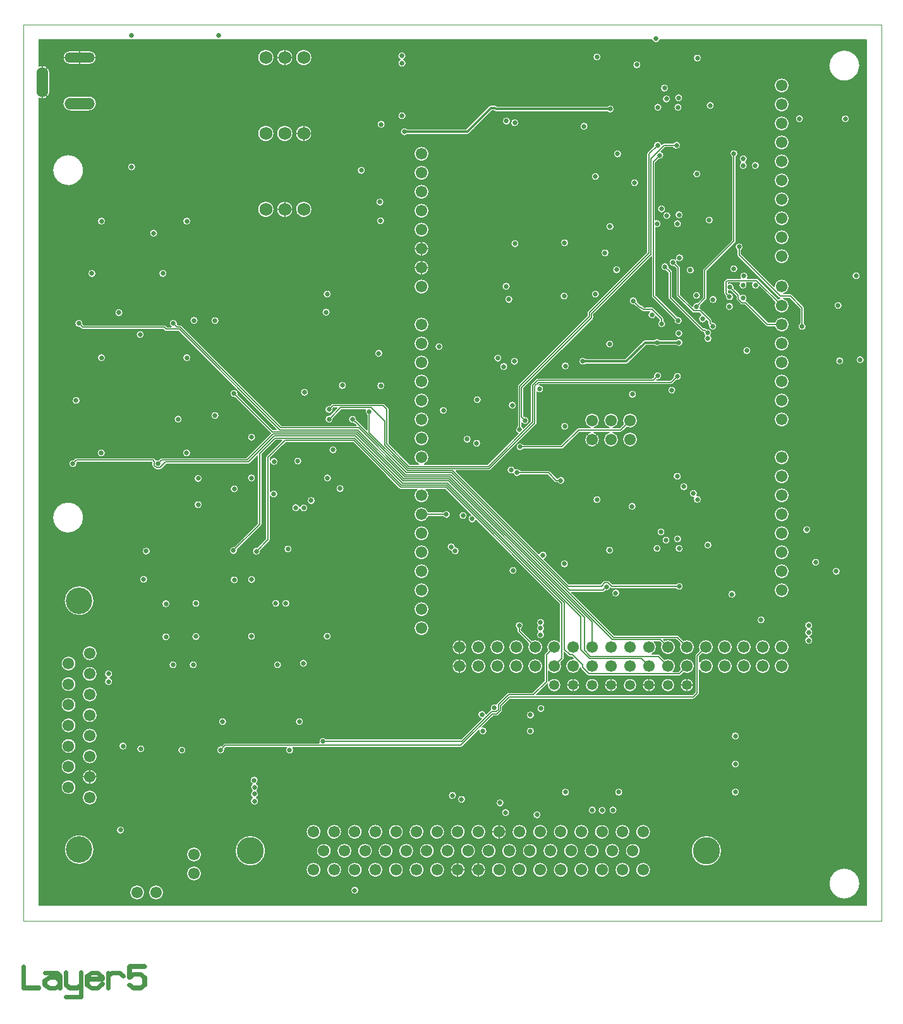
<source format=gbr>
*
G04 Job   : F:\ECADdesigns\1405165-01-00-A\PCB\1405165-01-00-A.pcb*
G04 User  : AT01PC650:at10682*
G04 Layer : Layer5.gbr*
G04 Date  : Tue May 09 13:27:59 2023*
G04 Mentor Graphics Example Gerber Output for Negative Plane Layer*
%ICAS*%
%MOMM*%
%FSLAX54Y54*%
%OFA0.0000B0.0000*%
G90*
G74*
%ADD10C,0.01000*%
%ADD11C,0.13000*%
%ADD14C,0.15000*%
%ADD13C,0.30000*%
%ADD12C,0.50000*%
%ADD15C,0.65000*%
%ADD20C,1.35000*%
%ADD17C,1.55000*%
%ADD71C,1.75000*%
%ADD16C,3.55000*%
%ADD21C,3.65000*%
%ADD19O,4.05000X1.35000*%
%ADD18O,4.05000X1.55000*%
%ADD70O,1.55000X4.05000*%
G01*
G36*
X20000Y1179238D02*
G02X20762Y1180000I762D01*
G01X39920*
Y540000*
G03X51250Y521927I20080*
G01Y178900*
G03X55450Y171150I9250*
G01Y95500*
G03X74700Y76250I19250*
X93950Y95500J19250*
X74700Y114750I19250*
X55450Y95500J19250*
G01Y171150*
G03X60500Y169650I5050J7750*
X69750Y178900J9250*
X60500Y188150I9250*
X51250Y178900J9250*
G01Y206500*
G03X60500Y197250I9250*
X69750Y206500J9250*
X60500Y215750I9250*
X51250Y206500J9250*
G01Y234100*
G03X60500Y224850I9250*
X69750Y234100J9250*
X60500Y243350I9250*
X51250Y234100J9250*
G01Y261700*
G03X60500Y252450I9250*
X69750Y261700J9250*
X60500Y270950I9250*
X51250Y261700J9250*
G01Y289300*
G03X60500Y280050I9250*
X69750Y289300J9250*
X60500Y298550I9250*
X51250Y289300J9250*
G01Y316900*
G03X60500Y307650I9250*
X69750Y316900J9250*
X60500Y326150I9250*
X51250Y316900J9250*
G01Y344500*
G03X60500Y335250I9250*
X69750Y344500J9250*
X60500Y353750I9250*
X51250Y344500J9250*
G01Y521927*
G03X55450Y520442I8750J18073*
G01Y428700*
G03X74700Y409450I19250*
X79650Y410097J19250*
G01Y165100*
G03X88900Y155850I9250*
X98150Y165100J9250*
X88900Y174350I9250*
X79650Y165100J9250*
G01Y192700*
G03X88900Y183450I9250*
X98150Y192700J9250*
X88900Y201950I9250*
X79650Y192700J9250*
G01Y220300*
G03X88900Y211050I9250*
X98150Y220300J9250*
X88900Y229550I9250*
X79650Y220300J9250*
G01Y247900*
G03X88900Y238650I9250*
X98150Y247900J9250*
X88900Y257150I9250*
X79650Y247900J9250*
G01Y275500*
G03X88900Y266250I9250*
X98150Y275500J9250*
X88900Y284750I9250*
X79650Y275500J9250*
G01Y303100*
G03X88900Y293850I9250*
X98150Y303100J9250*
X88900Y312350I9250*
X79650Y303100J9250*
G01Y330700*
G03X88900Y321450I9250*
X98150Y330700J9250*
X88900Y339950I9250*
X79650Y330700J9250*
G01Y358300*
G03X88900Y349050I9250*
X98150Y358300J9250*
X88900Y367550I9250*
X79650Y358300J9250*
G01Y410097*
G03X93950Y428700I4950J18603*
X74700Y447950I19250*
X55450Y428700J19250*
G01Y520442*
G03X60000Y519920I4550J19558*
X80080Y540000J20080*
X60000Y560080I20080*
X39920Y540000J20080*
G01Y1005000*
G03X60000Y984920I20080*
X61652Y984988J20080*
G01Y612100*
G03X66402Y607350I4750*
X71152Y612100J4750*
X71050Y613078I4750*
G02X71034Y613234I746J156*
X71257Y613773I762*
G01X72111Y614627*
G02X72650Y614850I539J539*
G01X109350*
Y330670*
G03X112484Y326203I4750*
G02X112987Y325487I259J716*
X112484Y324770I762*
G03X109350Y320303I1616J4467*
X114100Y315553I4750*
X118850Y320303J4750*
X115716Y324770I4750*
G02X115214Y325487I260J717*
X115716Y326203I762*
G03X118850Y330670I1616J4467*
X114100Y335420I4750*
X109350Y330670J4750*
G01Y614850*
X125400*
Y121550*
G03X130150Y116800I4750*
X134900Y121550J4750*
X130150Y126300I4750*
X125400Y121550J4750*
G01Y614850*
X128758*
Y234100*
G03X133508Y229350I4750*
X138258Y234100J4750*
X133508Y238850I4750*
X128758Y234100J4750*
G01Y614850*
X143150*
Y38100*
G03X152400Y28850I9250*
X161650Y38100J9250*
X152400Y47350I9250*
X143150Y38100J9250*
G01Y614850*
X152560*
Y230429*
G03X157310Y225679I4750*
X162060Y230429J4750*
X157310Y235179I4750*
X152560Y230429J4750*
G01Y614850*
X156508*
Y457100*
G03X161258Y452350I4750*
X166008Y457100J4750*
X161258Y461850I4750*
X156508Y457100J4750*
G01Y614850*
X159900*
Y495011*
G03X164650Y490261I4750*
X168550Y492300J4750*
G01Y38100*
G03X177800Y28850I9250*
X187050Y38100J9250*
X177800Y47350I9250*
X168550Y38100J9250*
G01Y492300*
G03X169400Y495011I3900J2711*
X164650Y499761I4750*
X159900Y495011J4750*
G01Y614850*
X171956*
G02X172495Y614627J762*
G01X172915Y614206*
G02X173139Y613668I538J538*
G01Y609989*
G03X173798Y608398I2250*
G01X176936Y605259*
G03X178527Y604600I1591J1591*
G01X182877*
G03X184468Y605259J2250*
G01X186201Y606992*
Y380367*
G03X190951Y375617I4750*
X195621Y379502J4750*
G01Y342800*
G03X200371Y338050I4750*
X205121Y342800J4750*
X200371Y347550I4750*
X195621Y342800J4750*
G01Y379502*
G03X195701Y380367I4670J865*
X190951Y385117I4750*
X186201Y380367J4750*
G01Y424547*
G03X190951Y419797I4750*
X195701Y424547J4750*
X190951Y429297I4750*
X186201Y424547J4750*
G01Y606992*
X191085Y611877*
G02X191624Y612100I539J539*
G01X207542*
Y228600*
G03X212292Y223850I4750*
X217042Y228600J4750*
X212292Y233350I4750*
X207542Y228600J4750*
G01Y612100*
X219350*
Y63500*
G03X228600Y54250I9250*
X237850Y63500J9250*
X228600Y72750I9250*
X219350Y63500J9250*
G01Y88900*
G03X228600Y79650I9250*
X237850Y88900J9250*
X228600Y98150I9250*
X219350Y88900J9250*
G01Y612100*
X222732*
Y342800*
G03X227482Y338050I4750*
X232232Y342800J4750*
X227482Y347550I4750*
X222732Y342800J4750*
G01Y612100*
X226419*
Y380625*
G03X231169Y375875I4750*
X235919Y380625J4750*
X231169Y385375I4750*
X226419Y380625J4750*
G01Y425063*
G03X231169Y420313I4750*
X235919Y425063J4750*
X231169Y429813I4750*
X226419Y425063J4750*
G01Y612100*
X229392*
Y557307*
G03X234142Y552557I4750*
X238892Y557307J4750*
X234142Y562057I4750*
X229392Y557307J4750*
G01Y592322*
G03X234142Y587572I4750*
X238892Y592322J4750*
X234142Y597072I4750*
X229392Y592322J4750*
G01Y612100*
X262230*
Y266800*
G03X266980Y262050I4750*
X271730Y266800J4750*
X266980Y271550I4750*
X262230Y266800J4750*
G01Y612100*
X277824*
Y578396*
G03X282574Y573646I4750*
X287324Y578396J4750*
X282574Y583146I4750*
X277824Y578396J4750*
G01Y612100*
X300867*
Y593021*
G03X305617Y588271I4750*
X310367Y593021J4750*
X305617Y597771I4750*
X300867Y593021J4750*
G01Y612100*
X301291*
G03X302882Y612759J2250*
G01X313155Y623032*
G02X313694Y623255I539J539*
X314456Y622493J762*
G01Y532202*
G02X314233Y531663I762*
G01X283175Y500605*
G02X282636Y500382I539J539*
X282480Y500398J762*
G03X281502Y500500I978J4648*
X276752Y495750J4750*
X277745Y492844I4750*
G01Y456584*
G03X282495Y451834I4750*
X287245Y456584J4750*
X282495Y461334I4750*
X277745Y456584J4750*
G01Y492844*
G03X281502Y491000I3757J2906*
X286252Y495750J4750*
X286150Y496728I4750*
G02X286134Y496884I746J156*
X286357Y497423I762*
G01X300864Y511930*
Y381010*
G03X305614Y376260I4750*
X310364Y381010J4750*
X305614Y385760I4750*
X300864Y381010J4750*
G01Y511930*
X301008Y512074*
Y457100*
G03X305758Y452350I4750*
X310508Y457100J4750*
X305758Y461850I4750*
X301008Y457100J4750*
G01Y512074*
X318297Y529363*
G03X318956Y530954I1591J1591*
G01Y624628*
G02X319179Y625167I762*
G01X337895Y643883*
G02X338434Y644106I539J539*
G01X346067*
G02X346829Y643344J762*
X346606Y642805I762*
G01X326115Y622315*
G03X325456Y620724I1591J1591*
G01Y511552*
G02X325233Y511013I762*
G01X313973Y499753*
G02X313434Y499530I539J539*
X313278Y499546J762*
G03X312300Y499648I978J4648*
X307550Y494898J4750*
X312300Y490148I4750*
X317050Y494898J4750*
X316948Y495876I4750*
G02X316932Y496032I746J156*
X317155Y496571I762*
G01X329297Y508713*
G03X329956Y510304I1591J1591*
G01Y568760*
G02X330718Y569522I762*
X331371Y569152J762*
G03X333451Y567287I4071J2448*
G01Y425100*
G03X335765Y421022I4750*
G01Y342800*
G03X340515Y338050I4750*
X345265Y342800J4750*
X340515Y347550I4750*
X335765Y342800J4750*
G01Y421022*
G03X338201Y420350I2436J4078*
X342951Y425100J4750*
X338201Y429850I4750*
X333451Y425100J4750*
G01Y567287*
G03X335442Y566850I1991J4313*
X340192Y571600J4750*
X335442Y576350I4750*
X331371Y574048J4750*
G02X330718Y573678I653J392*
X329956Y574440J762*
G01Y613204*
G02X330718Y613966I762*
X331434Y613465J762*
G03X335896Y610345I4462J1630*
X340646Y615095J4750*
X335896Y619845I4750*
X331434Y616724J4750*
G02X330718Y616223I716J261*
X329956Y616985J762*
G01Y619476*
G02X330179Y620015I762*
G01X346976Y636811*
Y425100*
G03X351726Y420350I4750*
X356476Y425100J4750*
X351726Y429850I4750*
X346976Y425100J4750*
G01Y636811*
X349658Y639494*
Y497841*
G03X354408Y493091I4750*
X359158Y497841J4750*
X354408Y502591I4750*
X349658Y497841J4750*
G01Y639494*
X351297Y641133*
G02X351836Y641356I539J539*
G01X360192*
Y553025*
G03X364942Y548275I4750*
X365075Y548277J4750*
G01Y266800*
G03X369825Y262050I4750*
X374575Y266800J4750*
X369825Y271550I4750*
X365075Y266800J4750*
G01Y548277*
G03X369487Y551642I133J4748*
G02X370216Y552182I729J222*
X370229J762*
G01X370426Y552179*
Y344772*
G03X375176Y340022I4750*
X379926Y344772J4750*
X375176Y349522I4750*
X370426Y344772J4750*
G01Y552179*
X370479Y552178*
G02X371202Y551612I13J762*
G03X375792Y548085I4590J1223*
X380542Y552835J4750*
X375792Y557585I4750*
X371248Y554218J4750*
G02X370519Y553678I729J222*
X370506J762*
G01X370255Y553682*
G02X369532Y554248I14J762*
G03X364942Y557775I4590J1223*
X360192Y553025J4750*
G01Y641356*
X362936*
Y615654*
G03X367686Y610904I4750*
X372436Y615654J4750*
X367686Y620404I4750*
X362936Y615654J4750*
G01Y641356*
X380932*
Y562800*
G03X385682Y558050I4750*
X390432Y562800J4750*
X385682Y567550I4750*
X380932Y562800J4750*
G01Y641356*
X402389*
Y381100*
G03X407139Y376350I4750*
X411889Y381100J4750*
X407139Y385850I4750*
X402389Y381100J4750*
G01Y641356*
X402710*
Y592877*
G03X407460Y588127I4750*
X412210Y592877J4750*
X407460Y597627I4750*
X402710Y592877J4750*
G01Y641356*
X410168*
Y630517*
G03X414918Y625767I4750*
X419605Y629745J4750*
G01Y578726*
G03X424355Y573976I4750*
X429105Y578726J4750*
X424355Y583476I4750*
X419605Y578726J4750*
G01Y629745*
G03X419668Y630517I4687J772*
X414918Y635267I4750*
X410168Y630517J4750*
G01Y641356*
X441289*
G02X441827Y641133J762*
G01X503756Y579204*
G03X505347Y578545I1591J1591*
G01X527492*
G02X528254Y577783J762*
X527941Y577168I762*
G03X524150Y569700I5459J7468*
G01Y391900*
G03X533400Y382650I9250*
X542650Y391900J9250*
X533400Y401150I9250*
X524150Y391900J9250*
G01Y417300*
G03X533400Y408050I9250*
X542650Y417300J9250*
X533400Y426550I9250*
X524150Y417300J9250*
G01Y442700*
G03X533400Y433450I9250*
X542650Y442700J9250*
X533400Y451950I9250*
X524150Y442700J9250*
G01Y468100*
G03X533400Y458850I9250*
X542650Y468100J9250*
X533400Y477350I9250*
X524150Y468100J9250*
G01Y493500*
G03X533400Y484250I9250*
X542650Y493500J9250*
X533400Y502750I9250*
X524150Y493500J9250*
G01Y518900*
G03X533400Y509650I9250*
X542650Y518900J9250*
X533400Y528150I9250*
X524150Y518900J9250*
G01Y544300*
G03X533400Y535050I9250*
X542221Y541517J9250*
G02X542948Y542050I727J229*
G01X561023*
G02X561113Y542045J762*
G03X561379Y542029I266J2234*
G01X562013*
G02X562651Y541683J762*
G03X566629Y539529I3978J2596*
X568444Y539889J4750*
G01Y500765*
G03X573167Y496015I4750*
G02X573925Y495257I4J762*
G03X574950Y492337I4749J28*
G01Y341100*
G03X584200Y331850I9250*
X593450Y341100J9250*
X584200Y350350I9250*
X574950Y341100J9250*
G01Y366500*
G03X584200Y357250I9250*
X593450Y366500J9250*
X584200Y375750I9250*
X574950Y366500J9250*
G01Y492337*
G03X578674Y490535I3724J2948*
X583424Y495285J4750*
X578702Y500035I4750*
G02X577944Y500792I4J762*
G03X573194Y505515I4750J27*
X568444Y500765J4750*
G01Y539889*
G03X571379Y544279I1815J4390*
X566629Y549029I4750*
X562651Y546874J4750*
G02X562013Y546529I638J417*
G01X561714*
G02X561624Y546534J762*
G03X561358Y546550I266J2234*
G01X542948*
G02X542221Y547083J762*
G03X533400Y553550I8821J2783*
X524150Y544300J9250*
G01Y569700*
G03X533400Y560450I9250*
X542650Y569700J9250*
X538859Y577168I9250*
G02X538546Y577783I449J615*
X539308Y578545I762*
G01X564812*
G02X565351Y578322J762*
G01X584304Y559369*
Y542626*
G03X589054Y537876I4750*
X593804Y542626J4750*
X589054Y547376I4750*
X584304Y542626J4750*
G01Y559369*
X599807Y543865*
G02X600030Y543327I539J538*
X599542Y542615I762*
G03X596498Y538182I1706J4433*
X600350Y533518I4750*
G01Y341100*
G03X609600Y331850I9250*
X618850Y341100J9250*
X609600Y350350I9250*
X600350Y341100J9250*
G01Y366500*
G03X609600Y357250I9250*
X618850Y366500J9250*
X609600Y375750I9250*
X600350Y366500J9250*
G01Y533518*
G03X601248Y533432I898J4664*
X605681Y536476J4750*
G02X606392Y536965I711J273*
X606931Y536742J762*
G01X625750Y517922*
Y341100*
G03X635000Y331850I9250*
X644250Y341100J9250*
X635000Y350350I9250*
X625750Y341100J9250*
G01Y366500*
G03X635000Y357250I9250*
X644250Y366500J9250*
X635000Y375750I9250*
X625750Y366500J9250*
G01Y517922*
X651150Y492522*
Y341100*
G03X660400Y331850I9250*
X669650Y341100J9250*
X660400Y350350I9250*
X651150Y341100J9250*
G01Y366500*
G03X660400Y357250I9250*
X669650Y366500J9250*
X660400Y375750I9250*
X651150Y366500J9250*
G01Y492522*
X651200Y492472*
Y469150*
G03X655950Y464400I4750*
X659520Y466017J4750*
G01Y395409*
G03X661675Y391431I4750*
G02X662020Y390793I417J638*
G01Y388030*
G03X662679Y386439I2250*
G01X677457Y371661*
G02X677681Y371122I538J539*
X677595Y370770I762*
G03X676550Y366500I8205J4270*
G01Y341100*
G03X685800Y331850I9250*
X695050Y341100J9250*
X685800Y350350I9250*
X676550Y341100J9250*
G01Y366500*
G03X685800Y357250I9250*
X695050Y366500J9250*
X685800Y375750I9250*
X681530Y374705J9250*
G02X681178Y374619I352J676*
X680639Y374843J762*
G01X666743Y388739*
G02X666520Y389277I539J538*
G01Y390793*
G02X666866Y391431I762*
G03X669020Y395409I2596J3978*
X664270Y400159I4750*
X659520Y395409J4750*
G01Y466017*
G03X660700Y469150I3570J3133*
X655950Y473900I4750*
X651200Y469150J4750*
G01Y492472*
X688251Y455421*
Y399468*
G03X689623Y396129I4750*
G02X689843Y395593I542J536*
X689623Y395058I762*
G03X688251Y391718I3378J3340*
X690079Y387973I4750*
G02X690373Y387372I468J601*
X690079Y386772I762*
G03X688251Y383027I2922J3745*
X693001Y378277I4750*
X697751Y383027J4750*
X695923Y386772I4750*
G02X695630Y387372I469J600*
X695923Y387973I762*
G03X697751Y391718I2922J3745*
X696379Y395058I4750*
G02X696159Y395593I542J535*
X696379Y396129I762*
G03X697751Y399468I3378J3339*
X693001Y404218I4750*
X688251Y399468J4750*
G01Y455421*
X719027Y424646*
G02X719250Y424107I539J539*
G01Y373365*
G02X718488Y372603I762*
X717933Y372842J762*
G03X711200Y375750I6733J6342*
X701950Y366500J9250*
X702995Y362230I9250*
G02X703081Y361878I676J352*
X702857Y361339I762*
G01X699309Y357791*
G03X698650Y356200I1591J1591*
G01Y321656*
G02X698427Y321117I762*
G01X682608Y305299*
G02X682069Y305075I539J538*
G01X649946*
G03X648355Y304416J2250*
G01X634755Y290816*
G03X634204Y289913I1591J1591*
G02X633478Y289384I726J233*
X633149Y289459J762*
G03X631096Y289925I2053J4284*
X626346Y285175J4750*
X626813Y283123I4750*
G02X626888Y282793I687J330*
X626358Y282068I762*
G03X625455Y281516I688J2143*
G01X620370Y276431*
G02X619831Y276208I539J539*
X619074Y276879J762*
G03X614358Y281064I4716J565*
X609608Y276314J4750*
X613793Y271598I4750*
G02X614464Y270841I91J757*
X614241Y270302I762*
G01X586812Y242873*
G02X586273Y242650I539J539*
G01X406016*
G02X405378Y242995J762*
G03X401400Y245150I3978J2595*
X396650Y240400J4750*
X397059Y238471I4750*
G02X397125Y238162I696J309*
X396363Y237400I762*
G01X280600*
G03X279981Y237313J2250*
G02X279772Y237284I209J733*
G01X279771*
X270484*
G03X268893Y236625J2250*
G01X266073Y233805*
G02X265534Y233582I539J539*
X265378Y233598J762*
G03X264400Y233700I978J4648*
X259650Y228950J4750*
X264400Y224200I4750*
X269150Y228950J4750*
X269048Y229928I4750*
G02X269032Y230084I746J156*
X269255Y230623I762*
G01X271192Y232560*
G02X271731Y232784I539J538*
G01X280484*
G03X281102Y232870J2250*
G02X281312Y232900I210J732*
G01X284350*
Y93800*
G03X304100Y74050I19750*
X323850Y93800J19750*
X304100Y113550I19750*
X284350Y93800J19750*
G01Y232900*
X304477*
Y188401*
G03X306955Y184229I4750*
G02X307352Y183560I365J669*
X307018Y182929I762*
G03X304932Y178997I2664J3932*
X307029Y175057I4750*
G02X307365Y174425I426J632*
X307029Y173793I762*
G03X304932Y169853I2653J3940*
X307356Y165711I4750*
G02X307745Y165047I373J664*
X307356Y164382I762*
G03X304932Y160241I2326J4141*
X309682Y155491I4750*
X314432Y160241J4750*
X312007Y164382I4750*
G02X311618Y165047I373J665*
X312007Y165711I762*
G03X314432Y169853I2325J4142*
X312335Y173793I4750*
G02X311999Y174425I426J632*
X312335Y175057I762*
G03X314432Y178997I2653J3940*
X311954Y183168I4750*
G02X311557Y183837I365J669*
X311891Y184468I762*
G03X313977Y188401I2664J3933*
X309227Y193151I4750*
X304477Y188401J4750*
G01Y232900*
X352565*
G02X353327Y232138J762*
X353149Y231649I762*
G03X352042Y228600I3643J3049*
X356792Y223850I4750*
X361542Y228600J4750*
X360435Y231649I4750*
G02X360257Y232138I584J489*
X361019Y232900I762*
G01X379550*
Y68400*
G03X388800Y59150I9250*
X398050Y68400J9250*
X388800Y77650I9250*
X379550Y68400J9250*
G01Y119200*
G03X388800Y109950I9250*
X393350Y111146J9250*
G01Y93800*
G03X402600Y84550I9250*
X407150Y85746J9250*
G01Y68400*
G03X416400Y59150I9250*
X425650Y68400J9250*
X416400Y77650I9250*
X407150Y68400J9250*
G01Y85746*
G03X411850Y93800I4550J8054*
X402600Y103050I9250*
X393350Y93800J9250*
G01Y111146*
G03X398050Y119200I4550J8054*
X388800Y128450I9250*
X379550Y119200J9250*
G01Y232900*
X407150*
Y119200*
G03X416400Y109950I9250*
X420950Y111146J9250*
G01Y93800*
G03X430200Y84550I9250*
X434750Y85746J9250*
G01Y68400*
G03X439250Y60463I9250*
G01Y41023*
G03X444000Y36273I4750*
X448750Y41023J4750*
X444000Y45773I4750*
X439250Y41023J4750*
G01Y60463*
G03X444000Y59150I4750J7937*
X453250Y68400J9250*
X444000Y77650I9250*
X434750Y68400J9250*
G01Y85746*
G03X439450Y93800I4550J8054*
X430200Y103050I9250*
X420950Y93800J9250*
G01Y111146*
G03X425650Y119200I4550J8054*
X416400Y128450I9250*
X407150Y119200J9250*
G01Y232900*
X434750*
Y119200*
G03X444000Y109950I9250*
X448550Y111146J9250*
G01Y93800*
G03X457800Y84550I9250*
X462350Y85746J9250*
G01Y68400*
G03X471600Y59150I9250*
X480850Y68400J9250*
X471600Y77650I9250*
X462350Y68400J9250*
G01Y85746*
G03X467050Y93800I4550J8054*
X457800Y103050I9250*
X448550Y93800J9250*
G01Y111146*
G03X453250Y119200I4550J8054*
X444000Y128450I9250*
X434750Y119200J9250*
G01Y232900*
X462350*
Y119200*
G03X471600Y109950I9250*
X476150Y111146J9250*
G01Y93800*
G03X485400Y84550I9250*
X489950Y85746J9250*
G01Y68400*
G03X499200Y59150I9250*
X508450Y68400J9250*
X499200Y77650I9250*
X489950Y68400J9250*
G01Y85746*
G03X494650Y93800I4550J8054*
X485400Y103050I9250*
X476150Y93800J9250*
G01Y111146*
G03X480850Y119200I4550J8054*
X471600Y128450I9250*
X462350Y119200J9250*
G01Y232900*
X489950*
Y119200*
G03X499200Y109950I9250*
X503750Y111146J9250*
G01Y93800*
G03X513000Y84550I9250*
X517550Y85746J9250*
G01Y68400*
G03X526800Y59150I9250*
X536050Y68400J9250*
X526800Y77650I9250*
X517550Y68400J9250*
G01Y85746*
G03X522250Y93800I4550J8054*
X513000Y103050I9250*
X503750Y93800J9250*
G01Y111146*
G03X508450Y119200I4550J8054*
X499200Y128450I9250*
X489950Y119200J9250*
G01Y232900*
X517550*
Y119200*
G03X526800Y109950I9250*
X531350Y111146J9250*
G01Y93800*
G03X540600Y84550I9250*
X545150Y85746J9250*
G01Y68400*
G03X554400Y59150I9250*
X563650Y68400J9250*
X554400Y77650I9250*
X545150Y68400J9250*
G01Y85746*
G03X549850Y93800I4550J8054*
X540600Y103050I9250*
X531350Y93800J9250*
G01Y111146*
G03X536050Y119200I4550J8054*
X526800Y128450I9250*
X517550Y119200J9250*
G01Y232900*
X545150*
Y119200*
G03X554400Y109950I9250*
X558950Y111146J9250*
G01Y93800*
G03X568200Y84550I9250*
X572750Y85746J9250*
G01Y68400*
G03X582000Y59150I9250*
X591250Y68400J9250*
X582000Y77650I9250*
X572750Y68400J9250*
G01Y85746*
G03X577450Y93800I4550J8054*
X568200Y103050I9250*
X558950Y93800J9250*
G01Y111146*
G03X563650Y119200I4550J8054*
X554400Y128450I9250*
X545150Y119200J9250*
G01Y232900*
X570144*
Y168075*
G03X572750Y163836I4750*
G01Y119200*
G03X582000Y109950I9250*
X586550Y111146J9250*
G01Y93800*
G03X595800Y84550I9250*
X600350Y85746J9250*
G01Y68400*
G03X609600Y59150I9250*
X618850Y68400J9250*
X609600Y77650I9250*
X600350Y68400J9250*
G01Y85746*
G03X605050Y93800I4550J8054*
X595800Y103050I9250*
X586550Y93800J9250*
G01Y111146*
G03X591250Y119200I4550J8054*
X582000Y128450I9250*
X572750Y119200J9250*
G01Y163836*
G03X574894Y163325I2144J4239*
X579644Y168075J4750*
X574894Y172825I4750*
X570144Y168075J4750*
G01Y232900*
X582376*
Y162773*
G03X587126Y158023I4750*
X591876Y162773J4750*
X587126Y167523I4750*
X582376Y162773J4750*
G01Y232900*
X586160*
G03X587751Y233559J2250*
G01X600350Y246158*
Y119200*
G03X609600Y109950I9250*
X614150Y111146J9250*
G01Y93800*
G03X623400Y84550I9250*
X627950Y85746J9250*
G01Y68400*
G03X637200Y59150I9250*
X646450Y68400J9250*
X637200Y77650I9250*
X627950Y68400J9250*
G01Y85746*
G03X632650Y93800I4550J8054*
X623400Y103050I9250*
X614150Y93800J9250*
G01Y111146*
G03X618850Y119200I4550J8054*
X609600Y128450I9250*
X600350Y119200J9250*
G01Y246158*
X609916Y255724*
G02X610455Y255947I539J539*
X611217Y255185J762*
X611204Y255047I762*
G03X611126Y254187I4672J860*
X615876Y249437I4750*
X620626Y254187J4750*
X615876Y258937I4750*
X615015Y258858J4750*
G02X614877Y258845I138J749*
X614115Y259607J762*
X614338Y260146I762*
G01X627950Y273758*
Y119200*
G03X637200Y109950I9250*
X641750Y111146J9250*
G01Y93800*
G03X651000Y84550I9250*
X655550Y85746J9250*
G01Y68400*
G03X664800Y59150I9250*
X674050Y68400J9250*
X664800Y77650I9250*
X655550Y68400J9250*
G01Y85746*
G03X660250Y93800I4550J8054*
X651000Y103050I9250*
X641750Y93800J9250*
G01Y111146*
G03X646450Y119200I4550J8054*
X637200Y128450I9250*
X627950Y119200J9250*
G01Y273758*
X628894Y274702*
G02X629433Y274925I539J539*
G01X633966*
Y158009*
G03X638716Y153259I4750*
X641389Y154083J4750*
G01Y145037*
G03X646139Y140287I4750*
X650889Y145037J4750*
X646139Y149787I4750*
X641389Y145037J4750*
G01Y154083*
G03X643466Y158009I2673J3926*
X638716Y162759I4750*
X633966Y158009J4750*
G01Y274925*
X634410*
G03X636001Y275584J2250*
G01X640687Y280271*
G03X641346Y281862I1591J1591*
G01Y286839*
G02X641569Y287377I762*
G01X651478Y297286*
G02X652017Y297510I539J538*
G01X655550*
Y119200*
G03X664800Y109950I9250*
X669350Y111146J9250*
G01Y93800*
G03X678600Y84550I9250*
X683150Y85746J9250*
G01Y68400*
G03X692400Y59150I9250*
X701650Y68400J9250*
X692400Y77650I9250*
X683150Y68400J9250*
G01Y85746*
G03X687850Y93800I4550J8054*
X678600Y103050I9250*
X669350Y93800J9250*
G01Y111146*
G03X674050Y119200I4550J8054*
X664800Y128450I9250*
X655550Y119200J9250*
G01Y297510*
X674592*
Y275658*
G03X674603Y275331I4750*
G01Y254187*
G03X679353Y249437I4750*
X683150Y251333J4750*
G01Y119200*
G03X692400Y109950I9250*
X696950Y111146J9250*
G01Y93800*
G03X706200Y84550I9250*
X710750Y85746J9250*
G01Y68400*
G03X720000Y59150I9250*
X729250Y68400J9250*
X720000Y77650I9250*
X710750Y68400J9250*
G01Y85746*
G03X715450Y93800I4550J8054*
X706200Y103050I9250*
X696950Y93800J9250*
G01Y111146*
G03X701650Y119200I4550J8054*
X692400Y128450I9250*
X683150Y119200J9250*
G01Y251333*
G03X683377Y251663I3797J2854*
G01Y142085*
G03X688127Y137335I4750*
X692877Y142085J4750*
X688127Y146835I4750*
X683377Y142085J4750*
G01Y251663*
G03X684103Y254187I4024J2524*
X679353Y258937I4750*
X674603Y254187J4750*
G01Y275331*
G03X679342Y270908I4739J327*
X684092Y275658J4750*
X679342Y280408I4750*
X674592Y275658J4750*
G01Y297510*
X688704*
Y284355*
G03X693454Y279605I4750*
X698204Y284355J4750*
X693454Y289105I4750*
X688704Y284355J4750*
G01Y297510*
X710750*
Y119200*
G03X720000Y109950I9250*
X724550Y111146J9250*
G01Y93800*
G03X733800Y84550I9250*
X738350Y85746J9250*
G01Y68400*
G03X747600Y59150I9250*
X756850Y68400J9250*
X747600Y77650I9250*
X738350Y68400J9250*
G01Y85746*
G03X743050Y93800I4550J8054*
X733800Y103050I9250*
X724550Y93800J9250*
G01Y111146*
G03X729250Y119200I4550J8054*
X720000Y128450I9250*
X710750Y119200J9250*
G01Y297510*
X721508*
Y172350*
G03X726258Y167600I4750*
X731008Y172350J4750*
X726258Y177100I4750*
X721508Y172350J4750*
G01Y297510*
X738350*
Y119200*
G03X747600Y109950I9250*
X752150Y111146J9250*
G01Y93800*
G03X761400Y84550I9250*
X765950Y85746J9250*
G01Y68400*
G03X775200Y59150I9250*
X784450Y68400J9250*
X775200Y77650I9250*
X765950Y68400J9250*
G01Y85746*
G03X770650Y93800I4550J8054*
X761400Y103050I9250*
X752150Y93800J9250*
G01Y111146*
G03X756850Y119200I4550J8054*
X747600Y128450I9250*
X738350Y119200J9250*
G01Y297510*
X757451*
Y148414*
G03X762201Y143664I4750*
X765950Y145498J4750*
G01Y119200*
G03X775200Y109950I9250*
X779750Y111146J9250*
G01Y93800*
G03X789000Y84550I9250*
X793550Y85746J9250*
G01Y68400*
G03X802800Y59150I9250*
X812050Y68400J9250*
X802800Y77650I9250*
X793550Y68400J9250*
G01Y85746*
G03X798250Y93800I4550J8054*
X789000Y103050I9250*
X779750Y93800J9250*
G01Y111146*
G03X784450Y119200I4550J8054*
X775200Y128450I9250*
X765950Y119200J9250*
G01Y145498*
G03X766951Y148414I3749J2916*
X762201Y153164I4750*
X757451Y148414J4750*
G01Y297510*
X770684*
Y148028*
G03X775434Y143278I4750*
X780184Y148028J4750*
X775434Y152778I4750*
X770684Y148028J4750*
G01Y297510*
X785294*
Y148414*
G03X790044Y143664I4750*
X793550Y145209J4750*
G01Y119200*
G03X802800Y109950I9250*
X807350Y111146J9250*
G01Y93800*
G03X816600Y84550I9250*
X821150Y85746J9250*
G01Y68400*
G03X830400Y59150I9250*
X839650Y68400J9250*
X830400Y77650I9250*
X821150Y68400J9250*
G01Y85746*
G03X825850Y93800I4550J8054*
X816600Y103050I9250*
X807350Y93800J9250*
G01Y111146*
G03X812050Y119200I4550J8054*
X802800Y128450I9250*
X793550Y119200J9250*
G01Y145209*
G03X794794Y148414I3506J3205*
X790044Y153164I4750*
X785294Y148414J4750*
G01Y297510*
X792992*
Y172350*
G03X797742Y167600I4750*
X802492Y172350J4750*
X797742Y177100I4750*
X792992Y172350J4750*
G01Y297510*
X821150*
Y119200*
G03X830400Y109950I9250*
X839650Y119200J9250*
X830400Y128450I9250*
X821150Y119200J9250*
G01Y297510*
X895350*
Y93800*
G03X915100Y74050I19750*
X934850Y93800J19750*
X915100Y113550I19750*
X895350Y93800J19750*
G01Y297510*
X897419*
G03X899010Y298169J2250*
G01X904497Y303656*
G03X905156Y305247I1591J1591*
G01Y335781*
G02X905918Y336543I762*
X906563Y336186J762*
G03X914400Y331850I7837J4914*
X923650Y341100J9250*
X914400Y350350I9250*
X906563Y346014J9250*
G02X905918Y345657I645J405*
X905156Y346419J762*
G01Y353758*
G02X905379Y354297I762*
G01X909239Y358157*
G02X909778Y358381I539J538*
X910130Y358295J762*
G03X914400Y357250I4270J8205*
X923650Y366500J9250*
X914400Y375750I9250*
X905150Y366500J9250*
X906195Y362230I9250*
G02X906281Y361878I676J352*
X906057Y361339I762*
G01X901315Y356597*
G03X900656Y355006I1591J1591*
G01Y306494*
G02X900433Y305956I762*
G01X896710Y302233*
G02X896171Y302010I539J539*
G01X687523*
G02X686761Y302772J762*
X686984Y303310I762*
G01X701863Y318189*
G02X702402Y318413I539J538*
X703164Y317651J762*
X703146Y317486I762*
G03X702950Y315700I8054J1786*
X711200Y307450I8250*
X719450Y315700J8250*
X711200Y323950I8250*
X704528Y320553J8250*
G02X703912Y320239I616J448*
X703150Y321001J762*
G01Y334235*
G02X703912Y334997I762*
X704467Y334758J762*
G03X711200Y331850I6733J6342*
X720450Y341100J9250*
X719405Y345370I9250*
G02X719319Y345722I676J352*
X719543Y346261I762*
G01X723091Y349809*
G03X723750Y351400I1591J1591*
G01Y359762*
G02X724512Y360524I762*
X725051Y360301J762*
G01X730743Y354609*
G03X732334Y353950I1591J1591*
G01X734819*
G02X735358Y353727J762*
G01X737438Y351646*
G02X737661Y351108I539J538*
X736899Y350346I762*
X736876J762*
G03X736600Y350350I276J9246*
X727350Y341100J9250*
X728350Y336917I9250*
G01Y315700*
G03X736600Y307450I8250*
X744850Y315700J8250*
X736600Y323950I8250*
X728350Y315700J8250*
G01Y336917*
G03X736600Y331850I8250J4183*
X745589Y338917J9250*
G02X746329Y339499I740J180*
X747081Y338863J762*
G03X747709Y337643I2219J371*
G01X753750Y331602*
Y315700*
G03X762000Y307450I8250*
X770250Y315700J8250*
X762000Y323950I8250*
X753750Y315700J8250*
G01Y331602*
X756143Y329209*
G03X757734Y328550I1591J1591*
G01X779150*
Y315700*
G03X787400Y307450I8250*
X795650Y315700J8250*
X787400Y323950I8250*
X779150Y315700J8250*
G01Y328550*
X804550*
Y315700*
G03X812800Y307450I8250*
X821050Y315700J8250*
X812800Y323950I8250*
X804550Y315700J8250*
G01Y328550*
X829950*
Y315700*
G03X838200Y307450I8250*
X846450Y315700J8250*
X838200Y323950I8250*
X829950Y315700J8250*
G01Y328550*
X855350*
Y315700*
G03X863600Y307450I8250*
X871850Y315700J8250*
X863600Y323950I8250*
X855350Y315700J8250*
G01Y328550*
X878700*
G03X880291Y329209J2250*
G01X880750Y329668*
Y315700*
G03X889000Y307450I8250*
X897250Y315700J8250*
X889000Y323950I8250*
X880750Y315700J8250*
G01Y329668*
X883839Y332757*
G02X884378Y332981I539J538*
X884730Y332895J762*
G03X889000Y331850I4270J8205*
X898250Y341100J9250*
X889000Y350350I9250*
X879750Y341100J9250*
X880795Y336830I9250*
G02X880881Y336478I676J352*
X880657Y335939I762*
G01X877991Y333273*
G02X877452Y333050I539J539*
G01X870465*
G02X869703Y333812J762*
X869942Y334367I762*
G03X872850Y341100I6342J6733*
X863600Y350350I9250*
X859330Y349305J9250*
G02X858978Y349219I352J676*
X858439Y349443J762*
G01X852141Y355741*
G03X850550Y356400I1591J1591*
G01X841811*
G02X841049Y357162J762*
X841536Y357873I762*
G03X847450Y366500I3336J8627*
X844542Y373233I9250*
G02X844303Y373788I523J555*
X845065Y374550I762*
G01X852052*
G02X852591Y374327J762*
G01X855257Y371661*
G02X855481Y371122I538J539*
X855395Y370770I762*
G03X854350Y366500I8205J4270*
X863600Y357250I9250*
X872850Y366500J9250*
X863600Y375750I9250*
X859330Y374705J9250*
G02X858978Y374619I352J676*
X858439Y374843J762*
G01X857283Y375999*
G02X857060Y376538I539J539*
X857822Y377300I762*
G01X874702*
G02X875241Y377077J762*
G01X880657Y371661*
G02X880881Y371122I538J539*
X880795Y370770I762*
G03X879750Y366500I8205J4270*
X889000Y357250I9250*
X898250Y366500J9250*
X889000Y375750I9250*
X884730Y374705J9250*
G02X884378Y374619I352J676*
X883839Y374843J762*
G01X877541Y381141*
G03X875950Y381800I1591J1591*
G01X791887*
G02X791348Y382023J762*
G01X734372Y438999*
G02X734149Y439538I539J539*
X734911Y440300I762*
G01X776534*
G03X778125Y440959J2250*
G01X779758Y442592*
G02X780296Y442815I538J539*
X780453Y442799J762*
G03X781431Y442697I978J4648*
X785868Y445753J4750*
G02X786580Y446243I712J272*
X787067Y446068J762*
G03X788503Y445550I1436J1732*
G01X788950*
Y438997*
G03X793700Y434247I4750*
X798450Y438997J4750*
X793700Y443747I4750*
X788950Y438997J4750*
G01Y445550*
X873934*
G02X874572Y445204J762*
G03X878550Y443050I3978J2596*
X883300Y447800J4750*
X878550Y452550I4750*
X874572Y450396J4750*
G02X873934Y450050I638J416*
G01X789750*
G02X789212Y450273J762*
G01X785197Y454288*
G03X783606Y454947I1591J1591*
G01X779256*
G03X777665Y454288J2250*
G01X773650Y450273*
G02X773111Y450050I539J539*
G01X731415*
G02X730876Y450273J762*
G01X697259Y483890*
G02X697036Y484429I539J539*
X697584Y485160I762*
G03X701000Y489719I1334J4559*
X696250Y494469I4750*
X691691Y491053J4750*
G02X690960Y490505I731J214*
X690421Y490728J762*
G01X579155Y601994*
G02X578932Y602533I539J539*
X579694Y603295I762*
G01X624140*
G03X625731Y603954J2250*
G01X648704Y626927*
Y603650*
G03X653454Y598900I4750*
X655882Y599567J4750*
G02X656272Y599674I390J655*
X657016Y599076J762*
G03X661655Y595344I4639J1018*
X665634Y597498J4750*
G02X666272Y597844I638J416*
G01X701993*
G02X702532Y597621J762*
G01X712027Y588126*
G03X713618Y587467I1591J1591*
G01X715471*
G02X716109Y587121J762*
G03X720087Y584967I3978J2596*
X720171J4750*
G01Y477986*
G03X724921Y473236I4750*
X729671Y477986J4750*
X724921Y482736I4750*
X720171Y477986J4750*
G01Y584967*
G03X724837Y589717I84J4750*
X720087Y594467I4750*
X716109Y592312J4750*
G02X715471Y591967I638J417*
G01X714865*
G02X714326Y592190J762*
G01X704831Y601685*
G03X703240Y602344I1591J1591*
G01X666272*
G02X665634Y602690J762*
G03X661655Y604844I3979J2596*
X659228Y604177J4750*
G02X658838Y604070I390J655*
X658094Y604668J762*
G03X653454Y608400I4640J1018*
X648704Y603650J4750*
G01Y626927*
X660850Y639072*
Y634646*
G03X665600Y629896I4750*
X669578Y632051J4750*
G02X670216Y632396I638J417*
G01X721458*
G03X723049Y633055J2250*
G01X744621Y654627*
G02X745159Y654850I538J539*
G01X759474*
G02X760236Y654088J762*
X759666Y653351I762*
G03X752750Y644400I2334J8951*
X762000Y635150I9250*
X763700Y635308J9250*
G01Y564000*
G03X768450Y559250I4750*
X773200Y564000J4750*
X768450Y568750I4750*
X763700Y564000J4750*
G01Y635308*
G03X771250Y644400I1700J9092*
X764334Y653351I9250*
G02X763764Y654088I192J737*
X764526Y654850I762*
G01X784874*
G02X785636Y654088J762*
X785066Y653351I762*
G03X778150Y644400I2334J8951*
X780719Y638003I9250*
G01Y496349*
G03X785469Y491599I4750*
X790219Y496349J4750*
X785469Y501099I4750*
X780719Y496349J4750*
G01Y638003*
G03X787400Y635150I6681J6397*
X796650Y644400J9250*
X789734Y653351I9250*
G02X789164Y654088I192J737*
X789926Y654850I762*
G01X800100*
G03X801691Y655509J2250*
G01X803550Y657368*
Y644400*
G03X810875Y635353I9250*
G01Y554928*
G03X815625Y550178I4750*
X820375Y554928J4750*
X815625Y559678I4750*
X810875Y554928J4750*
G01Y635353*
G03X812800Y635150I1925J9047*
X822050Y644400J9250*
X812800Y653650I9250*
X803550Y644400J9250*
G01Y657368*
X807639Y661457*
G02X808178Y661681I539J538*
X808530Y661595J762*
G03X812800Y660550I4270J8205*
X822050Y669800J9250*
X812800Y679050I9250*
X803550Y669800J9250*
X804595Y665530I9250*
G02X804681Y665178I676J352*
X804457Y664639I762*
G01X799391Y659573*
G02X798852Y659350I539J539*
G01X789926*
G02X789164Y660112J762*
X789734Y660849I762*
G03X796650Y669800I2334J8951*
X787400Y679050I9250*
X778150Y669800J9250*
X785066Y660849I9250*
G02X785636Y660112I192J737*
X784874Y659350I762*
G01X764526*
G02X763764Y660112J762*
X764334Y660849I762*
G03X771250Y669800I2334J8951*
X762000Y679050I9250*
X752750Y669800J9250*
X759666Y660849I9250*
G02X760236Y660112I192J737*
X759474Y659350I762*
G01X743912*
G03X742321Y658691J2250*
G01X720750Y637120*
G02X720211Y636896I539J538*
G01X670216*
G02X669578Y637242J762*
G03X665600Y639396I3978J2596*
X660850Y634646J4750*
G01Y639072*
X686742Y664964*
G03X687401Y666555I1591J1591*
G01Y707889*
G02X688163Y708651I762*
X688659Y708467J762*
G03X691750Y707324I3091J3607*
X696500Y712074J4750*
X691750Y716824I4750*
X691056Y716773J4750*
G02X690944Y716764I112J753*
X690182Y717526J762*
X690405Y718065I762*
G01X690808Y718468*
G02X691347Y718691I539J539*
G01X720546*
Y662131*
G03X725296Y657381I4750*
X730046Y662131J4750*
X725296Y666881I4750*
X720546Y662131J4750*
G01Y718691*
X811341*
Y704901*
G03X816091Y700151I4750*
X820841Y704901J4750*
X816091Y709651I4750*
X811341Y704901J4750*
G01Y718691*
X844197*
Y498600*
G03X848947Y493850I4750*
X853697Y498600J4750*
X848947Y503350I4750*
X844197Y498600J4750*
G01Y718691*
X849555*
Y520715*
G03X854305Y515965I4750*
X856348Y516426J4750*
G01Y509717*
G03X861098Y504967I4750*
X865848Y509717J4750*
X861098Y514467I4750*
X856348Y509717J4750*
G01Y516426*
G03X859055Y520715I2043J4289*
X854305Y525465I4750*
X849555Y520715J4750*
G01Y718691*
X864140*
Y710505*
G03X868890Y705755I4750*
X871297Y706411J4750*
G01Y595386*
G03X871910Y593052I4750*
G01Y511300*
G03X873751Y507545I4750*
G01Y498600*
G03X878501Y493850I4750*
X883251Y498600J4750*
X878501Y503350I4750*
X873751Y498600J4750*
G01Y507545*
G03X876660Y506550I2909J3755*
X881410Y511300J4750*
X876660Y516050I4750*
X871910Y511300J4750*
G01Y593052*
G03X876047Y590636I4137J2334*
X880219Y593115J4750*
G01Y581300*
G03X884969Y576550I4750*
X889719Y581300J4750*
X884969Y586050I4750*
X880219Y581300J4750*
G01Y593115*
G03X880797Y595386I4172J2271*
X876047Y600136I4750*
X871297Y595386J4750*
G01Y706411*
G03X873640Y710505I2407J4094*
X868890Y715255I4750*
X864140Y710505J4750*
G01Y718691*
X868225*
G03X869816Y719350J2250*
G01X874616Y724150*
G02X875155Y724374I539J538*
X875312Y724357J762*
G03X876290Y724256I978J4649*
X881040Y729006J4750*
X876290Y733756I4750*
X871540Y729006J4750*
X871641Y728028I4750*
G02X871658Y727871I745J157*
X871434Y727332I762*
G01X867516Y723414*
G02X866977Y723191I539J539*
G01X848377*
G02X847615Y723953J762*
X847838Y724492I762*
G01X848299Y724953*
G02X848838Y725176I539J539*
X848995Y725160J762*
G03X849973Y725058I978J4648*
X854723Y729808J4750*
X849973Y734558I4750*
X845223Y729808J4750*
X845324Y728830I4750*
G02X845341Y728674I745J156*
X845117Y728135I762*
G01X843147Y726164*
G02X842608Y725941I539J539*
G01X688960*
G03X687369Y725282J2250*
G01X680810Y718723*
G03X680151Y717132I1591J1591*
G01Y668942*
G02X679928Y668403I762*
G01X670489Y658964*
G02X669950Y658741I539J539*
X669239Y659229J762*
G03X667401Y661502I4434J1706*
G02X667055Y662140I416J638*
G01Y666434*
G02X667817Y667196I762*
X668423Y666896J762*
G03X672200Y665026I3777J2880*
X676950Y669776J4750*
X672200Y674526I4750*
X671223Y674425J4750*
G02X671066Y674408I157J745*
X670527Y674632J762*
G01X670019Y675140*
G02X669796Y675678I539J538*
G01Y712936*
G02X670019Y713475I762*
G01X721446Y764902*
Y742966*
G03X726196Y738216I4750*
X730946Y742966J4750*
X726196Y747716I4750*
X721446Y742966J4750*
G01Y764902*
X744966Y788422*
Y749100*
G03X749716Y744350I4750*
X753188Y745858J4750*
G02X753745Y746100I557J520*
G01X807923*
G03X810044Y746979J3000*
G01X834091Y771026*
G02X834630Y771249I539J539*
G01X844890*
G02X845447Y771007J762*
G03X848919Y769499I3472J3242*
X852390Y771007J4750*
G02X852947Y771249I557J520*
G01X871619*
G03X871965Y771269J3000*
G02X872053Y771274I88J757*
G01X874328*
G02X874885Y771032J762*
G03X878357Y769524I3472J3242*
X883107Y774274J4750*
X878357Y779024I4750*
X874885Y777516J4750*
G02X874328Y777274I557J520*
G01X871644*
G03X871298Y777254J3000*
G02X871211Y777249I87J757*
G01X852947*
G02X852390Y777491J762*
G03X848919Y778999I3471J3242*
X845447Y777491J4750*
G02X844890Y777249I557J520*
G01X833072*
G03X830951Y776370J3000*
G01X806904Y752323*
G02X806365Y752100I539J539*
G01X753745*
G02X753188Y752342J762*
G03X749716Y753850I3472J3242*
X744966Y749100J4750*
G01Y788422*
X762842Y806299*
G03X763501Y807890I1591J1591*
G01Y811927*
G02X763725Y812466I762*
G01X780790Y829532*
Y772244*
G03X785540Y767494I4750*
X790290Y772244J4750*
X785540Y776994I4750*
X780790Y772244J4750*
G01Y829532*
X812414Y861155*
Y830110*
G03X817164Y825360I4750*
X818141Y825462J4750*
G02X818298Y825478I157J746*
X818837Y825255J762*
G01X820660Y823432*
G03X821290Y822989I1591J1591*
G02X821503Y822838I326J689*
G01X824281Y820061*
G03X825872Y819402I1591J1591*
G01X826166*
G02X826705Y819178J762*
G01X828898Y816985*
G03X830489Y816326I1591J1591*
G01X834838*
G03X835818Y816551J2250*
G02X836150Y816627I332J686*
G01X839086*
G02X839848Y815865J762*
X839516Y815236I762*
G03X837450Y811317I2684J3919*
X842200Y806567I4750*
X846633Y809611J4750*
G02X847344Y810100I711J273*
X847883Y809876J762*
G01X852746Y805014*
G02X852969Y804475I539J539*
G01Y804166*
G02X852623Y803528I762*
G03X850469Y799550I2596J3978*
X855219Y794800I4750*
X859969Y799550J4750*
X857814Y803528I4750*
G02X857469Y804166I417J638*
G01Y805723*
G03X856810Y807314I2250*
G01X843656Y820468*
G03X842065Y821127I1591J1591*
G01X835139*
G03X834159Y820902J2250*
G02X833828Y820826I331J686*
G01X831737*
G02X831198Y821049J762*
G01X829005Y823243*
G03X827414Y823902I1591J1591*
G01X827120*
G02X826581Y824125J762*
G01X824092Y826614*
G03X823462Y827057I1591J1591*
G02X823249Y827207I326J689*
G01X822019Y828437*
G02X821796Y828976I539J539*
X821812Y829133I762*
G03X821914Y830110I4648J977*
X817164Y834860I4750*
X812414Y830110J4750*
G01Y861155*
X840827Y889569*
G02X841366Y889792I539J539*
X842128Y889030J762*
G01Y836699*
G03X842787Y835108I2250*
G01X872595Y805300*
G02X872818Y804761I539J539*
X872802Y804605I762*
G03X872700Y803627I4648J978*
X873478Y801022I4750*
G01Y786392*
G03X878228Y781642I4750*
X882978Y786392J4750*
X878228Y791142I4750*
X873478Y786392J4750*
G01Y801022*
G03X877450Y798877I3972J2605*
X882200Y803627J4750*
X877450Y808377I4750*
X876472Y808275J4750*
G02X876316Y808259I156J746*
X875777Y808482J762*
G01X846851Y837408*
G02X846628Y837946I539J538*
G01Y927934*
G02X847390Y928696I762*
X847615Y928662J762*
G03X849019Y928450I1404J4538*
X853769Y933200J4750*
X849019Y937950I4750*
X847090Y937541J4750*
G02X846781Y937475I309J696*
X846019Y938237J762*
G01Y1014859*
G02X846242Y1015398I762*
G01X850315Y1019471*
Y953203*
G03X854835Y948458I4750*
G01Y875724*
G03X859585Y870974I4750*
X860563Y871076J4750*
G02X860719Y871092I156J746*
X861258Y870869J762*
G01X864234Y867893*
G02X864457Y867354I539J539*
G01Y834221*
G03X865116Y832630I2250*
G01X892867Y804879*
Y572346*
G03X897617Y567596I4750*
X898124Y567623J4750*
G02X898205Y567627I81J758*
X898967Y566865J762*
X898868Y566490I762*
G03X898252Y564150I4134J2340*
X903002Y559400I4750*
X907752Y564150J4750*
X903002Y568900I4750*
X902495Y568873J4750*
G02X902414Y568869I81J758*
X901652Y569631J762*
X901751Y570006I762*
G03X902367Y572346I4134J2340*
X897617Y577096I4750*
X892867Y572346J4750*
G01Y804879*
X908359Y789388*
G03X909950Y788729I1591J1591*
G01X911224*
G02X911986Y787967J762*
X911981Y787874I762*
G03X911946Y787300I4715J574*
X913561Y783732I4750*
G02X913820Y783159I503J573*
X913634Y782660I762*
G03X912474Y779550I3590J3110*
X912492Y779137I4750*
G01Y503175*
G03X917242Y498425I4750*
X921992Y503175J4750*
X917242Y507925I4750*
X912492Y503175J4750*
G01Y779137*
G03X917224Y774800I4732J413*
X921974Y779550J4750*
X920359Y783118I4750*
G02X920100Y783691I503J573*
X920286Y784190I762*
G03X921446Y787300I3590J3110*
X916696Y792050I4750*
X915718Y791948J4750*
G02X915561Y791932I157J746*
X915022Y792155J762*
G01X914577Y792601*
G03X912983Y793262I1594J1589*
X912648Y793237J2250*
G02X912534Y793229I114J754*
G01X911197*
G02X910658Y793452J762*
G01X869181Y834930*
G02X868957Y835469I538J539*
G01Y868602*
G03X868298Y870193I2250*
G01X864440Y874051*
G02X864217Y874589I539J538*
X864233Y874746I762*
G03X864335Y875724I4648J978*
X859585Y880474I4750*
X854835Y875724J4750*
G01Y948458*
G03X855065Y948453I230J4745*
X857296Y949009J4750*
G01Y944090*
G03X862046Y939340I4750*
X865641Y940985J4750*
G01Y881357*
G03X870391Y876607I4750*
X871369Y876708J4750*
G02X871525Y876725I156J745*
X872064Y876501J762*
G01X875057Y873509*
G02X875280Y872970I539J539*
G01Y837145*
G03X875939Y835554I2250*
G01X896434Y815059*
G03X898025Y814400I1591J1591*
G01X905376*
G02X905915Y814177J762*
G01X908612Y811480*
G02X908835Y810941I539J539*
X908347Y810230I762*
G03X905302Y805797I1705J4433*
X910052Y801047I4750*
X914486Y804091J4750*
G02X915197Y804580I711J273*
X915735Y804357J762*
G01X917463Y802629*
G02X917686Y802090I539J539*
G01Y799813*
G03X918345Y798222I2250*
G01X918794Y797774*
G02X919017Y797235I539J539*
X919000Y797078I762*
G03X918899Y796101I4649J977*
X923649Y791351I4750*
X928399Y796101J4750*
X923649Y800851I4750*
X923045Y800812J4750*
G02X922948Y800806I97J756*
X922186Y801568J762*
G01Y803338*
G03X921527Y804929I2250*
G01X908215Y818241*
G03X906713Y818898I1591J1591*
G02X905981Y819660I30J762*
X906095Y820059I762*
G03X906800Y822550I4045J2491*
X906698Y823528I4750*
G02X906682Y823684I746J156*
X906905Y824223I762*
G01X914691Y832009*
G03X915350Y833600I1591J1591*
G01Y869700*
G02X915573Y870239I762*
G01X919400Y874066*
Y831719*
G03X924150Y826969I4750*
X928900Y831719J4750*
X924150Y836469I4750*
X919400Y831719J4750*
G01Y874066*
X930550Y885216*
Y341100*
G03X939800Y331850I9250*
X949050Y341100J9250*
X939800Y350350I9250*
X930550Y341100J9250*
G01Y366500*
G03X939800Y357250I9250*
X949050Y366500J9250*
X939800Y375750I9250*
X930550Y366500J9250*
G01Y885216*
X939169Y893835*
Y840276*
G03X939828Y838685I2250*
G01X941262Y837251*
Y822550*
G03X944650Y817999I4750*
G01Y437315*
G03X949200Y432569I4750*
G01Y172500*
G03X953950Y167750I4750*
X958700Y172500J4750*
X953950Y177250I4750*
X949200Y172500J4750*
G01Y210000*
G03X953950Y205250I4750*
X958700Y210000J4750*
X953950Y214750I4750*
X949200Y210000J4750*
G01Y247500*
G03X953950Y242750I4750*
X958700Y247500J4750*
X953950Y252250I4750*
X949200Y247500J4750*
G01Y432569*
G03X949400Y432565I200J4746*
X954150Y437315J4750*
X949400Y442065I4750*
X944650Y437315J4750*
G01Y817999*
G03X946012Y817800I1362J4551*
X950762Y822550J4750*
X946012Y827300I4750*
X941262Y822550J4750*
G01Y837251*
X941290Y837223*
G02X941513Y836684I539J539*
X941497Y836528I762*
G03X941395Y835550I4648J978*
X946145Y830800I4750*
X950895Y835550J4750*
X946145Y840300I4750*
X945167Y840198J4750*
G02X945011Y840182I156J746*
X944472Y840405J762*
G01X943892Y840985*
G02X943669Y841524I539J539*
G01Y843513*
G02X944431Y844275I762*
X944740Y844209J762*
G03X946669Y843800I1929J4341*
X947646Y843902J4750*
G02X947803Y843918I157J746*
X948342Y843695J762*
G01X955437Y836599*
G02X955660Y836061I539J538*
G01Y832691*
G03X955950Y831587I2250*
G01Y341100*
G03X965200Y331850I9250*
X974450Y341100J9250*
X965200Y350350I9250*
X955950Y341100J9250*
G01Y366500*
G03X965200Y357250I9250*
X974450Y366500J9250*
X965200Y375750I9250*
X955950Y366500J9250*
G01Y831587*
G03X956319Y831100I1960J1104*
G01X961516Y825903*
G03X963107Y825244I1591J1591*
G01X964524*
Y763416*
G03X969274Y758666I4750*
X974024Y763416J4750*
X969274Y768166I4750*
X964524Y763416J4750*
G01Y825244*
X966477*
G02X967016Y825021J762*
G01X981350Y810687*
Y341100*
G03X990600Y331850I9250*
X999850Y341100J9250*
X990600Y350350I9250*
X981350Y341100J9250*
G01Y366500*
G03X990600Y357250I9250*
X999850Y366500J9250*
X990600Y375750I9250*
X981350Y366500J9250*
G01Y810687*
X983714Y808323*
Y402935*
G03X988464Y398185I4750*
X993214Y402935J4750*
X988464Y407685I4750*
X983714Y402935J4750*
G01Y808323*
X995328Y796709*
G03X996919Y796050I1591J1591*
G01X1006452*
G02X1006750Y795989J762*
G01Y341100*
G03X1016000Y331850I9250*
X1025250Y341100J9250*
X1016000Y350350I9250*
X1006750Y341100J9250*
G01Y366500*
G03X1016000Y357250I9250*
X1025250Y366500J9250*
X1016000Y375750I9250*
X1006750Y366500J9250*
G01Y442700*
G03X1016000Y433450I9250*
X1025250Y442700J9250*
X1016000Y451950I9250*
X1006750Y442700J9250*
G01Y468100*
G03X1016000Y458850I9250*
X1025250Y468100J9250*
X1016000Y477350I9250*
X1006750Y468100J9250*
G01Y493500*
G03X1016000Y484250I9250*
X1025250Y493500J9250*
X1016000Y502750I9250*
X1006750Y493500J9250*
G01Y518900*
G03X1016000Y509650I9250*
X1025250Y518900J9250*
X1016000Y528150I9250*
X1006750Y518900J9250*
G01Y544300*
G03X1016000Y535050I9250*
X1025250Y544300J9250*
X1016000Y553550I9250*
X1006750Y544300J9250*
G01Y569700*
G03X1016000Y560450I9250*
X1025250Y569700J9250*
X1016000Y578950I9250*
X1006750Y569700J9250*
G01Y595100*
G03X1016000Y585850I9250*
X1025250Y595100J9250*
X1016000Y604350I9250*
X1006750Y595100J9250*
G01Y620500*
G03X1016000Y611250I9250*
X1025250Y620500J9250*
X1016000Y629750I9250*
X1006750Y620500J9250*
G01Y671300*
G03X1016000Y662050I9250*
X1025250Y671300J9250*
X1016000Y680550I9250*
X1006750Y671300J9250*
G01Y696700*
G03X1016000Y687450I9250*
X1025250Y696700J9250*
X1016000Y705950I9250*
X1006750Y696700J9250*
G01Y722100*
G03X1016000Y712850I9250*
X1025250Y722100J9250*
X1016000Y731350I9250*
X1006750Y722100J9250*
G01Y747500*
G03X1016000Y738250I9250*
X1025250Y747500J9250*
X1016000Y756750I9250*
X1006750Y747500J9250*
G01Y772900*
G03X1016000Y763650I9250*
X1025250Y772900J9250*
X1016000Y782150I9250*
X1006750Y772900J9250*
G01Y795989*
G02X1007179Y795517I298J701*
G03X1016000Y789050I8821J2783*
X1025250Y798300J9250*
X1016000Y807550I9250*
X1007179Y801083J9250*
G02X1006452Y800550I727J229*
G01X998166*
G02X997627Y800773J762*
G01X969316Y829085*
G03X968340Y829658I1591J1591*
G02X967787Y830391I209J733*
X967951Y830863I762*
G03X968971Y833805I3730J2942*
X964221Y838555I4750*
X961279Y837534J4750*
G02X960808Y837370I471J598*
X960075Y837924J762*
G03X959501Y838899I2165J616*
G01X951524Y846877*
G02X951301Y847416I539J539*
X951317Y847572I762*
G03X951419Y848550I4648J978*
X946669Y853300I4750*
X944740Y852891J4750*
G02X944431Y852825I309J696*
X943669Y853587J762*
G01Y853906*
G02X943892Y854445I762*
G01X944249Y854802*
G02X944788Y855025I539J539*
G01X959807*
G02X960569Y854263J762*
X960413Y853802I762*
G03X959444Y850926I3781J2876*
X964194Y846176I4750*
X968944Y850926J4750*
X967975Y853802I4750*
G02X967819Y854263I606J461*
X968581Y855025I762*
G01X976559*
G02X977321Y854263J762*
X977163Y853798I762*
G03X976178Y850902I3765J2896*
X980928Y846152I4750*
X985460Y849481J4750*
G02X986187Y850015I727J228*
X986726Y849792J762*
G01X1007657Y828861*
G02X1007881Y828322I538J539*
X1007795Y827970I762*
G03X1006750Y823700I8205J4270*
X1016000Y814450I9250*
X1025250Y823700J9250*
X1018334Y832651I9250*
G02X1017764Y833388I192J737*
X1018526Y834150I762*
G01X1026388*
G02X1026927Y833927J762*
G01X1040827Y820027*
G02X1041050Y819488I539J539*
G01Y800472*
G02X1040704Y799834I762*
G03X1038550Y795856I2596J3978*
X1043300Y791106I4750*
X1044854Y791367J4750*
G01Y523799*
G03X1047477Y519552I4750*
G01Y395602*
G03X1049854Y391488I4750*
G02X1050235Y390828I381J660*
X1049854Y390167I762*
G03X1047477Y386053I2373J4114*
X1050830Y381513I4750*
G02X1051368Y380785I224J728*
X1050830Y380056I762*
G03X1047477Y375516I1397J4540*
X1052227Y370766I4750*
X1056977Y375516J4750*
X1053624Y380056I4750*
G02X1053087Y380785I225J729*
X1053624Y381513I762*
G03X1056977Y386053I1397J4540*
X1054600Y390167I4750*
G02X1054219Y390828I381J661*
X1054600Y391488I762*
G03X1056977Y395602I2373J4114*
X1052227Y400352I4750*
X1047477Y395602J4750*
G01Y519552*
G03X1049604Y519049I2127J4247*
X1054354Y523799J4750*
X1049604Y528549I4750*
X1044854Y523799J4750*
G01Y791367*
G03X1048050Y795856I1554J4489*
X1045896Y799834I4750*
G02X1045550Y800472I416J638*
G01Y820736*
G03X1044891Y822327I2250*
G01X1029227Y837991*
G03X1027636Y838650I1591J1591*
G01X1018526*
G02X1017764Y839412J762*
X1018334Y840149I762*
G03X1025250Y849100I2334J8951*
X1016000Y858350I9250*
X1006750Y849100J9250*
X1006754Y848824I9250*
G02Y848801I762J23*
X1005992Y848039I762*
X1005454Y848262J762*
G01X961443Y892272*
G02X961220Y892811I539J539*
G01Y897679*
G02X961566Y898317I762*
G03X963720Y902295I2596J3978*
X958970Y907045I4750*
X954220Y902295J4750*
X956375Y898317I4750*
G02X956720Y897679I417J638*
G01Y891563*
G03X957379Y889972I2250*
G01X1012543Y834809*
G03X1013763Y834181I1591J1591*
G02X1014399Y833429I126J752*
X1013817Y832689I762*
G03X1011730Y831905I2183J8989*
G02X1011378Y831819I352J676*
X1010839Y832043J762*
G01X984016Y858866*
G03X982425Y859525I1591J1591*
G01X970098*
G02X969336Y860287J762*
X969456Y860698I762*
G03X970206Y863260I4000J2562*
X965456Y868010I4750*
X960706Y863260J4750*
X961456Y860698I4750*
G02X961576Y860287I642J411*
X960814Y859525I762*
G01X943540*
G03X941949Y858866J2250*
G01X939828Y856745*
G03X939169Y855154I1591J1591*
G01Y893835*
X947156Y901821*
Y872985*
G03X951906Y868235I4750*
X956656Y872985J4750*
X951906Y877735I4750*
X947156Y872985J4750*
G01Y901821*
X953574Y908240*
G03X954233Y909831I1591J1591*
G01Y1022545*
G02X954579Y1023184I762*
G03X956733Y1027162I2596J3978*
X951983Y1031912I4750*
X947233Y1027162J4750*
X949388Y1023184I4750*
G02X949733Y1022545I417J639*
G01Y911079*
G02X949510Y910540I762*
G01X911509Y872539*
G03X910850Y870948I1591J1591*
G01Y834848*
G02X910627Y834309I762*
G01X903723Y827405*
G02X903184Y827182I539J539*
X903028Y827198J762*
G03X902050Y827300I978J4648*
X897300Y822550J4750*
X897302Y822416I4750*
G02Y822395I769J21*
X896540Y821633I762*
X896001Y821856J762*
G01X880003Y837854*
G02X879780Y838393I539J539*
G01Y874218*
G03X879121Y875809I2250*
G01X875246Y879683*
G02X875023Y880222I539J539*
X875039Y880379I762*
G03X875141Y881357I4648J978*
X874875Y882924I4750*
G02X874832Y883175I719J251*
X875155Y883798I762*
G01X875337Y883926*
G02X875776Y884065I439J623*
X876254Y883896J762*
G03X879237Y882843I2983J3697*
X883987Y887593J4750*
X879237Y892343I4750*
X874487Y887593J4750*
X874753Y886026I4750*
G02X874795Y885775I720J251*
X874473Y885152I762*
G01X874291Y885024*
G02X873852Y884885I439J623*
X873374Y885054J762*
G03X870391Y886107I2983J3697*
X865641Y881357J4750*
G01Y940985*
G03X866796Y944090I3595J3105*
X862046Y948840I4750*
X857296Y944090J4750*
G01Y949009*
G03X859815Y953203I2231J4194*
X855065Y957953I4750*
X850315Y953203J4750*
G01Y1019471*
X850889Y1020045*
G02X851428Y1020268I539J539*
X851585Y1020252J762*
G03X852562Y1020150I977J4648*
X857312Y1024900J4750*
X854268Y1029333I4750*
G02X853780Y1030044I274J711*
X854003Y1030583I762*
G01X859247Y1035827*
G02X859785Y1036050I538J539*
G01X870466*
G02X871104Y1035704J762*
G03X871619Y1035049I3978J2596*
G01Y933200*
G03X876369Y928450I4750*
X881119Y933200J4750*
X876369Y937950I4750*
X871619Y933200J4750*
G01Y1035049*
G03X873765Y1033736I3463J3251*
G01Y945304*
G03X878515Y940554I4750*
X883265Y945304J4750*
X878515Y950054I4750*
X873765Y945304J4750*
G01Y1033736*
G03X875082Y1033550I1317J4564*
X879832Y1038300J4750*
X875082Y1043050I4750*
X871104Y1040896J4750*
G02X870466Y1040550I638J416*
G01X858538*
G03X856947Y1039891J2250*
G01X855663Y1038607*
G02X855124Y1038384I539J539*
X854371Y1039029J762*
G03X849677Y1043050I4694J729*
X844927Y1038300J4750*
X845029Y1037322I4750*
G02X845045Y1037166I746J156*
X844822Y1036627I762*
G01X836560Y1028365*
G03X835901Y1026774I1591J1591*
G01Y895211*
G02X835678Y894672I762*
G01X756910Y815905*
G03X756251Y814314I1591J1591*
G01Y810724*
G02X756028Y810186I762*
G01X663205Y717362*
G03X662546Y715771I1591J1591*
G01Y673292*
G03X662553Y673111I2250*
G02X662555Y673050I760J61*
G01Y662140*
G02X662210Y661502I762*
G03X660055Y657523I2595J3979*
X663100Y653090I4750*
G02X663588Y652379I274J711*
X663365Y651840I762*
G01X622293Y610768*
G02X621754Y610545I539J539*
G01X537366*
G02X536604Y611307J762*
X537064Y612007I762*
G03X542650Y620500I3664J8493*
X533400Y629750I9250*
X524150Y620500J9250*
X529736Y612007I9250*
G02X530196Y611307I302J700*
X529434Y610545I762*
G01X517986*
G02X517447Y610768J762*
G01X489327Y638888*
G02X489104Y639426I539J538*
G01Y685183*
G03X488445Y686774I2250*
G01X483759Y691461*
G03X482168Y692120I1591J1591*
G01X414670*
G03X413079Y691461J2250*
G01X411174Y689555*
G02X410635Y689332I539J539*
X410478Y689348J762*
G03X409501Y689450I977J4648*
X404751Y684700J4750*
X409501Y679950I4750*
X414251Y684700J4750*
X414149Y685678I4750*
G02X414133Y685834I746J156*
X414356Y686373I762*
G01X415379Y687396*
G02X415918Y687620I539J538*
G01X420399*
G02X421161Y686858J762*
X420938Y686319I762*
G01X411174Y676555*
G02X410635Y676332I539J539*
X410478Y676348J762*
G03X409501Y676450I977J4648*
X404751Y671700J4750*
X409501Y666950I4750*
X414251Y671700J4750*
X414149Y672678I4750*
G02X414133Y672834I746J156*
X414356Y673373I762*
G01X425629Y684646*
G02X426168Y684870I539J538*
G01X458294*
G02X459056Y684108J762*
X458990Y683798I762*
G03X458581Y681870I4341J1928*
X460736Y677891I4750*
G02X461081Y677253I417J638*
G01Y657306*
G02X460319Y656544I762*
X459780Y656767J762*
G01X447158Y669390*
G03X446182Y669963I1591J1591*
G02X445628Y670696I208J733*
X445636Y670809I762*
G03X445689Y671511I4697J702*
X440939Y676261I4750*
X436189Y671511J4750*
X440939Y666761I4750*
X441916Y666863J4750*
G02X442073Y666879I157J746*
X442612Y666656J762*
G01X443060Y666208*
G03X444388Y665565I1591J1591*
G02X444837Y665347I90J757*
G01X446527Y663657*
G02X446750Y663118I539J539*
X445988Y662356I762*
G01X346205*
G02X345667Y662579J762*
G01X211755Y796491*
G03X210164Y797150I1591J1591*
G01X207120*
G02X206581Y797373J762*
G01X205728Y798227*
G02X205504Y798766I538J539*
X205521Y798922I762*
G03X205622Y799900I4649J978*
X200872Y804650I4750*
X196122Y799900J4750*
X198445Y795817I4750*
G02X198818Y795162I389J655*
X198056Y794400I762*
G01X192445*
G02X191907Y794623J762*
G01X190039Y796491*
G03X188448Y797150I1591J1591*
G01X80476*
G02X79937Y797373J762*
G01X79083Y798227*
G02X78860Y798766I539J539*
X78876Y798922I762*
G03X78978Y799900I4648J978*
X74228Y804650I4750*
X69478Y799900J4750*
X74228Y795150I4750*
X75206Y795252J4750*
G02X75363Y795268I157J746*
X75901Y795045J762*
G01X77637Y793309*
G03X79228Y792650I1591J1591*
G01X99708*
Y626450*
G03X104458Y621700I4750*
X109208Y626450J4750*
X104458Y631200I4750*
X99708Y626450J4750*
G01Y792650*
X99858*
Y753900*
G03X104608Y749150I4750*
X109358Y753900J4750*
X104608Y758650I4750*
X99858Y753900J4750*
G01Y792650*
X151800*
Y785000*
G03X156550Y780250I4750*
X161300Y785000J4750*
X156550Y789750I4750*
X151800Y785000J4750*
G01Y792650*
X187200*
G02X187739Y792427J762*
G01X189607Y790559*
G03X191198Y789900I1591J1591*
G01X202559*
Y671613*
G03X207309Y666863I4750*
X212059Y671613J4750*
X207309Y676363I4750*
X202559Y671613J4750*
G01Y789900*
X207777*
G02X208316Y789677J762*
G01X214008Y783985*
Y626450*
G03X218758Y621700I4750*
X223508Y626450J4750*
X218758Y631200I4750*
X214008Y626450J4750*
G01Y783985*
X214158Y783835*
Y753900*
G03X218908Y749150I4750*
X223658Y753900J4750*
X218908Y758650I4750*
X214158Y753900J4750*
G01Y783835*
X252108Y745885*
Y676650*
G03X256858Y671900I4750*
X261608Y676650J4750*
X256858Y681400I4750*
X252108Y676650J4750*
G01Y745885*
X339836Y658157*
G02X340059Y657618I539J539*
X339297Y656856I762*
G01X334964*
G02X334425Y657079J762*
G01X287178Y704327*
G02X286955Y704866I539J539*
X286971Y705022I762*
G03X287073Y706000I4648J978*
X282323Y710750I4750*
X277573Y706000J4750*
X282323Y701250I4750*
X283300Y701352J4750*
G02X283457Y701368I157J746*
X283996Y701145J762*
G01X301008Y684133*
Y647600*
G03X305758Y642850I4750*
X310508Y647600J4750*
X305758Y652350I4750*
X301008Y647600J4750*
G01Y684133*
X331908Y653233*
G02X332131Y652694I539J539*
X331908Y652155I762*
G01X299326Y619573*
G02X298787Y619350I539J539*
G01X185702*
G03X184111Y618691J2250*
G01X182375Y616955*
G02X181836Y616732I539J539*
X181680Y616748J762*
G03X180702Y616850I978J4648*
X178172Y616120J4750*
G02X177766Y616003I406J645*
X177164Y616297J762*
G03X176980Y616506I1775J1382*
G01X174795Y618691*
G03X173204Y619350I1591J1591*
G01X71402*
G03X69811Y618691J2250*
G01X68075Y616955*
G02X67536Y616732I539J539*
X67380Y616748J762*
G03X66402Y616850I978J4648*
X61652Y612100J4750*
G01Y984988*
G03X65939Y985818I1652J20012*
G01Y696710*
G03X70689Y691960I4750*
X75439Y696710J4750*
X70689Y701460I4750*
X65939Y696710J4750*
G01Y985818*
G03X80080Y1005000I5939J19182*
X60000Y1025080I20080*
X39920Y1005000J20080*
G01Y1180000*
X53650*
Y1094200*
G03X62900Y1084950I9250*
G01X87042*
Y866700*
G03X91792Y861950I4750*
X96542Y866700J4750*
X91792Y871450I4750*
X87042Y866700J4750*
G01Y1084950*
X87900*
G03X97150Y1094200J9250*
X87900Y1103450I9250*
G01X62900*
G03X53650Y1094200J9250*
G01Y1155700*
G03X61900Y1147450I8250*
G01X88900*
G03X97150Y1155700J8250*
X88900Y1163950I8250*
G01X61900*
G03X53650Y1155700J8250*
G01Y1180000*
X99858*
Y936700*
G03X104608Y931950I4750*
X109358Y936700J4750*
X104608Y941450I4750*
X99858Y936700J4750*
G01Y1180000*
X123266*
Y814250*
G03X128016Y809500I4750*
X132766Y814250J4750*
X128016Y819000I4750*
X123266Y814250J4750*
G01Y1180000*
X140295*
Y1009396*
G03X145045Y1004646I4750*
X149795Y1009396J4750*
X145045Y1014146I4750*
X140295Y1009396J4750*
G01Y1180000*
X169750*
Y920483*
G03X174500Y915733I4750*
X179250Y920483J4750*
X174500Y925233I4750*
X169750Y920483J4750*
G01Y1180000*
X182158*
Y866700*
G03X186908Y861950I4750*
X191658Y866700J4750*
X186908Y871450I4750*
X182158Y866700J4750*
G01Y1180000*
X214158*
Y936700*
G03X218908Y931950I4750*
X223658Y936700J4750*
X218908Y941450I4750*
X214158Y936700J4750*
G01Y1180000*
X223850*
Y803908*
G03X228600Y799158I4750*
X233350Y803908J4750*
X228600Y808658I4750*
X223850Y803908J4750*
G01Y1180000*
X252108*
Y803650*
G03X256858Y798900I4750*
X261608Y803650J4750*
X256858Y808400I4750*
X252108Y803650J4750*
G01Y1180000*
X314550*
Y952500*
G03X324800Y942250I10250*
X335050Y952500J10250*
X324800Y962750I10250*
X314550Y952500J10250*
G01Y1054100*
G03X324800Y1043850I10250*
X335050Y1054100J10250*
X324800Y1064350I10250*
X314550Y1054100J10250*
G01Y1155700*
G03X324800Y1145450I10250*
X335050Y1155700J10250*
X324800Y1165950I10250*
X314550Y1155700J10250*
G01Y1180000*
X339950*
Y952500*
G03X350200Y942250I10250*
X360450Y952500J10250*
X350200Y962750I10250*
X339950Y952500J10250*
G01Y1054100*
G03X350200Y1043850I10250*
X360450Y1054100J10250*
X350200Y1064350I10250*
X339950Y1054100J10250*
G01Y1155700*
G03X350200Y1145450I10250*
X360450Y1155700J10250*
X350200Y1165950I10250*
X339950Y1155700J10250*
G01Y1180000*
X365350*
Y952500*
G03X371905Y942939I10250*
G01Y707537*
G03X376655Y702787I4750*
X381405Y707537J4750*
X376655Y712287I4750*
X371905Y707537J4750*
G01Y942939*
G03X375600Y942250I3695J9561*
X385850Y952500J10250*
X375600Y962750I10250*
X365350Y952500J10250*
G01Y1054100*
G03X375600Y1043850I10250*
X385850Y1054100J10250*
X375600Y1064350I10250*
X365350Y1054100J10250*
G01Y1155700*
G03X375600Y1145450I10250*
X385850Y1155700J10250*
X375600Y1165950I10250*
X365350Y1155700J10250*
G01Y1180000*
X400830*
Y814892*
G03X405580Y810142I4750*
X410330Y814892J4750*
X405580Y819642I4750*
X400830Y814892J4750*
G01Y1180000*
X402342*
Y839167*
G03X407092Y834417I4750*
X411842Y839167J4750*
X407092Y843917I4750*
X402342Y839167J4750*
G01Y1180000*
X422667*
Y716747*
G03X427417Y711997I4750*
X432167Y716747J4750*
X427417Y721497I4750*
X422667Y716747J4750*
G01Y1180000*
X447969*
Y1004726*
G03X452719Y999976I4750*
X457469Y1004726J4750*
X452719Y1009476I4750*
X447969Y1004726J4750*
G01Y1180000*
X471500*
Y759802*
G03X474127Y755553I4750*
G01Y716450*
G03X478877Y711700I4750*
X483627Y716450J4750*
X478877Y721200I4750*
X474127Y716450J4750*
G01Y755553*
G03X476250Y755052I2123J4249*
X481000Y759802J4750*
X476250Y764552I4750*
X471500Y759802J4750*
G01Y1180000*
X472958*
Y962301*
G03X473839Y959545I4750*
G01Y937253*
G03X478589Y932503I4750*
X483339Y937253J4750*
X478589Y942003I4750*
X473839Y937253J4750*
G01Y959545*
G03X477708Y957551I3869J2756*
X482458Y962301J4750*
X477708Y967051I4750*
X472958Y962301J4750*
G01Y1180000*
X474643*
Y1066400*
G03X479393Y1061650I4750*
X484143Y1066400J4750*
X479393Y1071150I4750*
X474643Y1066400J4750*
G01Y1180000*
X502402*
Y1158000*
G03X505264Y1153641I4750*
G02X505723Y1152942I303J699*
X505298Y1152259I762*
G03X502651Y1148000I2103J4259*
G01Y1077894*
G03X505846Y1073405I4750*
G01Y1056400*
G03X510596Y1051650I4750*
X514067Y1053158J4750*
G02X514624Y1053400I557J520*
G01X524150*
Y645900*
G03X533400Y636650I9250*
X542650Y645900J9250*
X533400Y655150I9250*
X524150Y645900J9250*
G01Y671300*
G03X533400Y662050I9250*
X542650Y671300J9250*
X533400Y680550I9250*
X524150Y671300J9250*
G01Y696700*
G03X533400Y687450I9250*
X542650Y696700J9250*
X533400Y705950I9250*
X524150Y696700J9250*
G01Y722100*
G03X533400Y712850I9250*
X542650Y722100J9250*
X533400Y731350I9250*
X524150Y722100J9250*
G01Y747500*
G03X533400Y738250I9250*
X542650Y747500J9250*
X533400Y756750I9250*
X524150Y747500J9250*
G01Y772900*
G03X533400Y763650I9250*
X542650Y772900J9250*
X533400Y782150I9250*
X524150Y772900J9250*
G01Y798300*
G03X533400Y789050I9250*
X542650Y798300J9250*
X533400Y807550I9250*
X524150Y798300J9250*
G01Y849100*
G03X533400Y839850I9250*
X542650Y849100J9250*
X533400Y858350I9250*
X524150Y849100J9250*
G01Y874500*
G03X533400Y865250I9250*
X542650Y874500J9250*
X533400Y883750I9250*
X524150Y874500J9250*
G01Y899900*
G03X533400Y890650I9250*
X542650Y899900J9250*
X533400Y909150I9250*
X524150Y899900J9250*
G01Y925300*
G03X533400Y916050I9250*
X542650Y925300J9250*
X533400Y934550I9250*
X524150Y925300J9250*
G01Y950700*
G03X533400Y941450I9250*
X542650Y950700J9250*
X533400Y959950I9250*
X524150Y950700J9250*
G01Y976100*
G03X533400Y966850I9250*
X542650Y976100J9250*
X533400Y985350I9250*
X524150Y976100J9250*
G01Y1001500*
G03X533400Y992250I9250*
X542650Y1001500J9250*
X533400Y1010750I9250*
X524150Y1001500J9250*
G01Y1026900*
G03X533400Y1017650I9250*
X542650Y1026900J9250*
X533400Y1036150I9250*
X524150Y1026900J9250*
G01Y1053400*
X552124*
Y768846*
G03X556874Y764096I4750*
X557914Y764211J4750*
G01Y683382*
G03X562664Y678632I4750*
X567414Y683382J4750*
X562664Y688132I4750*
X557914Y683382J4750*
G01Y764211*
G03X561624Y768846I1040J4635*
X556874Y773596I4750*
X552124Y768846J4750*
G01Y1053400*
X589847*
Y644829*
G03X594597Y640079I4750*
X599347Y644829J4750*
X594597Y649579I4750*
X589847Y644829J4750*
G01Y1053400*
X594833*
G03X596954Y1054279J3000*
G01X602686Y1060010*
Y639414*
G03X607436Y634664I4750*
X612186Y639414J4750*
X607436Y644164I4750*
X602686Y639414J4750*
G01Y1060010*
X603334Y1060658*
Y697776*
G03X608084Y693026I4750*
X612834Y697776J4750*
X608084Y702526I4750*
X603334Y697776J4750*
G01Y1060658*
X627732Y1085056*
G02X628271Y1085280I539J538*
G01X630125*
G02X630664Y1085056J762*
G01X630964Y1084756*
Y753376*
G03X635714Y748626I4750*
X638910Y749861J4750*
G01Y742107*
G03X643660Y737357I4750*
X648410Y742107J4750*
X643660Y746857I4750*
X638910Y742107J4750*
G01Y749861*
G03X640464Y753376I3196J3515*
X635714Y758126I4750*
X630964Y753376J4750*
G01Y1084756*
X631078Y1084642*
G03X633199Y1083764I2121J2122*
G01X642147*
Y849615*
G03X645818Y844989I4750*
G01Y832050*
G03X650368Y827304I4750*
G01Y690352*
G03X655118Y685602I4750*
X659868Y690352J4750*
X655118Y695102I4750*
X650368Y690352J4750*
G01Y827304*
G03X650568Y827300I200J4746*
X653200Y828096J4750*
G01Y749150*
G03X657950Y744400I4750*
X662700Y749150J4750*
X657950Y753900I4750*
X653200Y749150J4750*
G01Y828096*
G03X655318Y832050I2632J3954*
X650568Y836800I4750*
X645818Y832050J4750*
G01Y844989*
G03X646897Y844865I1079J4626*
X651647Y849615J4750*
X646897Y854365I4750*
X642147Y849615J4750*
G01Y1083764*
X642477*
Y1070686*
G03X647227Y1065936I4750*
X651977Y1070686J4750*
X647227Y1075436I4750*
X642477Y1070686J4750*
G01Y1083764*
X653600*
Y1068450*
G03X653912Y1066756I4750*
G01Y906614*
G03X658662Y901864I4750*
X663412Y906614J4750*
X658662Y911364I4750*
X653912Y906614J4750*
G01Y1066756*
G03X658350Y1063700I4438J1694*
X663100Y1068450J4750*
X658350Y1073200I4750*
X653600Y1068450J4750*
G01Y1083764*
X719751*
Y836450*
G03X724501Y831700I4750*
X729251Y836450J4750*
X724501Y841200I4750*
X719751Y836450J4750*
G01Y1083764*
X720398*
Y907800*
G03X725148Y903050I4750*
X729898Y907800J4750*
X725148Y912550I4750*
X720398Y907800J4750*
G01Y1083764*
X746454*
Y1063700*
G03X751204Y1058950I4750*
X755954Y1063700J4750*
X751204Y1068450I4750*
X746454Y1063700J4750*
G01Y1083764*
X761751*
Y839000*
G03X766501Y834250I4750*
X771251Y839000J4750*
X766501Y843750I4750*
X761751Y839000J4750*
G01Y996500*
G03X766501Y991750I4750*
X771251Y996500J4750*
X766501Y1001250I4750*
X761751Y996500J4750*
G01Y1083764*
X774607*
Y894295*
G03X779357Y889545I4750*
X784107Y894295J4750*
X779357Y899045I4750*
X774607Y894295J4750*
G01Y1083764*
X781169*
Y929549*
G03X785919Y924799I4750*
X790177Y927444J4750*
G01Y871682*
G03X794927Y866932I4750*
X799677Y871682J4750*
X794927Y876432I4750*
X790177Y871682J4750*
G01Y927444*
G03X790669Y929549I4258J2105*
X785919Y934299I4750*
X781169Y929549J4750*
G01Y1083764*
X782243*
G02X782800Y1083522J762*
G03X786271Y1082014I3471J3242*
X791021Y1086764J4750*
X786271Y1091514I4750*
X782800Y1090006J4750*
G02X782243Y1089764I557J520*
G01X634757*
G02X634219Y1089987J762*
G01X633805Y1090401*
G03X631683Y1091280I2122J2121*
G01X626713*
G03X624591Y1090401J3000*
G01X593814Y1059623*
G02X593275Y1059400I539J539*
G01X514624*
G02X514067Y1059642J762*
G03X510596Y1061150I3471J3242*
X505846Y1056400J4750*
G01Y1073405*
G03X507401Y1073144I1555J4489*
X512151Y1077894J4750*
X507401Y1082644I4750*
X502651Y1077894J4750*
G01Y1148000*
G03X507401Y1143250I4750*
X512151Y1148000J4750*
X509290Y1152359I4750*
G02X508830Y1153058I302J699*
X509255Y1153741I762*
G03X511902Y1158000I2103J4259*
X507152Y1162750I4750*
X502402Y1158000J4750*
G01Y1180000*
X763700*
Y1156500*
G03X768450Y1151750I4750*
X773200Y1156500J4750*
X768450Y1161250I4750*
X763700Y1156500J4750*
G01Y1180000*
X791395*
Y1026773*
G03X796145Y1022023I4750*
X800895Y1026773J4750*
X796145Y1031523I4750*
X791395Y1026773J4750*
G01Y1180000*
X814128*
Y988076*
G03X818878Y983326I4750*
X823628Y988076J4750*
X818878Y992826I4750*
X814128Y988076J4750*
G01Y1180000*
X817250*
Y1146034*
G03X822000Y1141284I4750*
X826750Y1146034J4750*
X822000Y1150784I4750*
X817250Y1146034J4750*
G01Y1180000*
X842580*
G02X843300Y1179486J762*
G03X845370Y1176947I4491J1548*
G01Y1089100*
G03X850120Y1084350I4750*
X854870Y1089100J4750*
X850120Y1093850I4750*
X845370Y1089100J4750*
G01Y1176947*
G03X847791Y1176284I2421J4087*
X852282Y1179486J4750*
G02X853002Y1180000I720J248*
G01X854271*
Y1114893*
G03X856784Y1110703I4750*
G01Y1100393*
G03X861534Y1095643I4750*
X866284Y1100393J4750*
X861534Y1105143I4750*
X856784Y1100393J4750*
G01Y1110703*
G03X859021Y1110143I2237J4190*
X863771Y1114893J4750*
X859021Y1119643I4750*
X854271Y1114893J4750*
G01Y1180000*
X872325*
Y1089100*
G03X877075Y1084350I4750*
X881825Y1089100J4750*
X877075Y1093850I4750*
X872325Y1089100J4750*
G01Y1180000*
X873242*
Y1101800*
G03X877992Y1097050I4750*
X882742Y1101800J4750*
X877992Y1106550I4750*
X873242Y1101800J4750*
G01Y1180000*
X888909*
Y871288*
G03X893659Y866538I4750*
X897300Y868238J4750*
G01Y837250*
G03X902050Y832500I4750*
X906800Y837250J4750*
X902050Y842000I4750*
X897300Y837250J4750*
G01Y868238*
G03X898409Y871288I3641J3050*
X893659Y876038I4750*
X888909Y871288J4750*
G01Y1180000*
X897571*
Y999977*
G03X902321Y995227I4750*
X907071Y999977J4750*
X902321Y1004727I4750*
X897571Y999977J4750*
G01Y1180000*
X898269*
Y1155096*
G03X903019Y1150346I4750*
X907769Y1155096J4750*
X903019Y1159846I4750*
X898269Y1155096J4750*
G01Y1180000*
X914274*
Y938050*
G03X919024Y933300I4750*
X923774Y938050J4750*
X919024Y942800I4750*
X914274Y938050J4750*
G01Y1180000*
X915538*
Y1091550*
G03X920288Y1086800I4750*
X925038Y1091550J4750*
X920288Y1096300I4750*
X915538Y1091550J4750*
G01Y1180000*
X959812*
Y1011205*
G03X964562Y1006455I4750*
X969312Y1011205J4750*
X967385Y1015025I4750*
G02X967076Y1015638I453J613*
X967394Y1016257I762*
G03X969374Y1020116I2770J3859*
X964624Y1024866I4750*
X959874Y1020116J4750*
X961801Y1016296I4750*
G02X962110Y1015683I453J613*
X961792Y1015064I762*
G03X959812Y1011205I2770J3859*
G01Y1180000*
X976076*
Y1011205*
G03X980826Y1006455I4750*
X985576Y1011205J4750*
X980826Y1015955I4750*
X976076Y1011205J4750*
G01Y1180000*
X1006750*
Y889700*
G03X1016000Y880450I9250*
X1025250Y889700J9250*
X1016000Y898950I9250*
X1006750Y889700J9250*
G01Y915100*
G03X1016000Y905850I9250*
X1025250Y915100J9250*
X1016000Y924350I9250*
X1006750Y915100J9250*
G01Y940500*
G03X1016000Y931250I9250*
X1025250Y940500J9250*
X1016000Y949750I9250*
X1006750Y940500J9250*
G01Y965900*
G03X1016000Y956650I9250*
X1025250Y965900J9250*
X1016000Y975150I9250*
X1006750Y965900J9250*
G01Y991300*
G03X1016000Y982050I9250*
X1025250Y991300J9250*
X1016000Y1000550I9250*
X1006750Y991300J9250*
G01Y1016700*
G03X1016000Y1007450I9250*
X1025250Y1016700J9250*
X1016000Y1025950I9250*
X1006750Y1016700J9250*
G01Y1042100*
G03X1016000Y1032850I9250*
X1025250Y1042100J9250*
X1016000Y1051350I9250*
X1006750Y1042100J9250*
G01Y1067500*
G03X1016000Y1058250I9250*
X1025250Y1067500J9250*
X1016000Y1076750I9250*
X1006750Y1067500J9250*
G01Y1092900*
G03X1016000Y1083650I9250*
X1025250Y1092900J9250*
X1016000Y1102150I9250*
X1006750Y1092900J9250*
G01Y1118300*
G03X1016000Y1109050I9250*
X1025250Y1118300J9250*
X1016000Y1127550I9250*
X1006750Y1118300J9250*
G01Y1180000*
X1035009*
Y1073826*
G03X1039759Y1069076I4750*
X1044509Y1073826J4750*
X1039759Y1078576I4750*
X1035009Y1073826J4750*
G01Y1180000*
X1056787*
Y480230*
G03X1061537Y475480I4750*
X1066287Y480230J4750*
X1061537Y484980I4750*
X1056787Y480230J4750*
G01Y1180000*
X1079920*
Y50000*
G03X1100000Y29920I20080*
X1120080Y50000J20080*
X1100000Y70080I20080*
X1079920Y50000J20080*
G01Y1145000*
G03X1084359Y1132408I20080*
G01Y468016*
G03X1089109Y463266I4750*
X1093859Y468016J4750*
X1089109Y472766I4750*
X1084359Y468016J4750*
G01Y1132408*
G03X1086909Y1129774I15641J12592*
G01Y823812*
G03X1089006Y819871I4750*
G01Y749709*
G03X1093756Y744959I4750*
X1098506Y749709J4750*
X1093756Y754459I4750*
X1089006Y749709J4750*
G01Y819871*
G03X1091659Y819062I2653J3941*
X1096409Y823812J4750*
X1091659Y828562I4750*
X1086909Y823812J4750*
G01Y1129774*
G03X1096559Y1125217I13091J15226*
G01Y1073767*
G03X1101309Y1069017I4750*
X1106059Y1073767J4750*
X1101309Y1078517I4750*
X1096559Y1073767J4750*
G01Y1125217*
G03X1100000Y1124920I3441J19783*
X1111089Y1128260J20080*
G01Y863626*
G03X1115839Y858876I4750*
X1116443Y858915J4750*
G01Y751203*
G03X1121193Y746453I4750*
X1125943Y751203J4750*
X1121193Y755953I4750*
X1116443Y751203J4750*
G01Y858915*
G03X1120589Y863626I604J4711*
X1115839Y868376I4750*
X1111089Y863626J4750*
G01Y1128260*
G03X1120080Y1145000I11089J16740*
X1100000Y1165080I20080*
X1079920Y1145000J20080*
G01Y1180000*
X1129238*
G02X1130000Y1179238J762*
G01Y20762*
G02X1129238Y20000I762*
G01X20762*
G02X20000Y20762J762*
G01Y1101327*
G02X20762Y1102089I762*
X21115Y1102002J762*
G03X25400Y1100950I4285J8198*
X34650Y1110200J9250*
G01Y1135200*
G03X25400Y1144450I9250*
X21115Y1143398J9250*
G02X20762Y1143311I353J675*
X20000Y1144073J762*
G01Y1179238*
G37*
G54D10*
X0Y0D02*
X1150000D01*
Y1200000*
X0*
Y0*
G54D11*
X25400Y1110200D02*
X32480Y1103120D01*
X25400Y1110200D02*
Y1100188D01*
Y1135200D02*
X32480Y1142280D01*
X25400Y1135200D02*
Y1145212D01*
X61900Y1155700D02*
X52888D01*
X75400D02*
Y1146688D01*
Y1155700D02*
Y1164712D01*
X88900Y192700D02*
Y182688D01*
Y192700D02*
X78888D01*
X88900D02*
Y202712D01*
Y192700D02*
X98912D01*
X88900Y1155700D02*
X97912D01*
X350200Y952500D02*
X339188D01*
X350200D02*
Y941488D01*
Y952500D02*
X361212D01*
X350200D02*
Y963512D01*
Y1155700D02*
Y1166712D01*
Y1155700D02*
Y1144688D01*
Y1155700D02*
X361212D01*
X350200D02*
X339188D01*
X375600Y1054100D02*
Y1065112D01*
Y1054100D02*
X364588D01*
X375600D02*
X386612D01*
X375600D02*
Y1043088D01*
X533400Y874500D02*
Y864488D01*
Y874500D02*
X543412D01*
X533400D02*
X523388D01*
X533400D02*
Y884512D01*
Y899900D02*
Y909912D01*
Y899900D02*
X523388D01*
X533400D02*
X543412D01*
X533400D02*
Y889888D01*
X582000Y68400D02*
Y58388D01*
Y68400D02*
X571988D01*
X582000D02*
X592012D01*
X582000D02*
Y78412D01*
X584200Y341100D02*
Y351112D01*
Y341100D02*
Y331088D01*
Y341100D02*
X574188D01*
X584200D02*
X594212D01*
X584200Y366500D02*
Y356488D01*
Y366500D02*
Y376512D01*
Y366500D02*
X594212D01*
X584200D02*
X574188D01*
X609600Y68400D02*
X599588D01*
X609600D02*
Y58388D01*
Y68400D02*
X619612D01*
X609600D02*
Y78412D01*
X637200Y119200D02*
X627188D01*
X637200D02*
X647212D01*
X637200D02*
Y129212D01*
Y119200D02*
Y109188D01*
X736600Y315700D02*
X745612D01*
X736600D02*
Y324712D01*
Y315700D02*
X727588D01*
X736600D02*
Y306688D01*
X762000Y644400D02*
X769080Y637320D01*
X762000Y644400D02*
X754920Y651480D01*
X762000Y644400D02*
X754920Y637320D01*
X762000Y644400D02*
X769080Y651480D01*
X787400Y315700D02*
Y324712D01*
Y315700D02*
X778388D01*
X787400D02*
X796412D01*
X787400D02*
Y306688D01*
X838200Y315700D02*
Y324712D01*
Y315700D02*
X829188D01*
X838200D02*
Y306688D01*
Y315700D02*
X847212D01*
X889000D02*
Y324712D01*
Y315700D02*
X879988D01*
X889000D02*
Y306688D01*
Y315700D02*
X898012D01*
G54D12*
X20Y-89910D02*
X80Y-90150D01*
X230Y-90300*
X410Y-90480*
X620Y-90510*
X20870*
X21080Y-90480*
X21260Y-90330*
X21350Y-90120*
X21380Y-89910*
X21350Y-89670*
X21260Y-89460*
X21080Y-89340*
X20870Y-89280*
X1280*
Y-61110*
X1220Y-60900*
X1070Y-60720*
X860Y-60630*
X620Y-60600*
X410Y-60630*
X230Y-60720*
X80Y-60900*
X20Y-61110*
Y-89910*
X29630Y-80130D02*
X35210Y-76350D01*
X43010*
X48620Y-80130*
Y-85590*
X43010Y-89310*
X35210*
X29630Y-85590*
Y-80130*
X48620Y-89910D02*
X48650Y-90150D01*
X48800Y-90300*
X49010Y-90390*
X49220Y-90420*
X49430Y-90390*
X49610Y-90300*
X49760Y-90150*
X49820Y-89910*
Y-73710*
X49760Y-73620*
Y-73500*
X49700Y-73290*
X45620Y-69240*
X45440Y-69150*
X45320Y-69120*
X45200Y-69090*
X28970*
X28760Y-69120*
X28610Y-69270*
X28490Y-69480*
X28460Y-69690*
X28490Y-69900*
X28610Y-70080*
X28760Y-70230*
X28970Y-70290*
X44870*
X48620Y-74010*
Y-78720*
X43460Y-75240*
X43340Y-75180*
X43160Y-75150*
X35060*
X34850Y-75180*
X34730Y-75240*
X28670Y-79320*
X28610Y-79380*
X28580Y-79410*
X28520Y-79440*
X28400Y-79590*
X28370Y-79800*
Y-85890*
X28400Y-86040*
X28520Y-86190*
X28580Y-86280*
X28670Y-86340*
X34730Y-90390*
X34880Y-90480*
X35060Y-90510*
X43160*
X43340Y-90480*
X43460Y-90390*
X48620Y-87000*
Y-89910*
X56690Y-85770D02*
Y-69270D01*
X56750Y-69030*
X56870Y-68850*
X57080Y-68730*
X57290Y-68700*
X57530Y-68730*
X57740Y-68850*
X57860Y-69030*
X57920Y-69270*
Y-85470*
X62540Y-89280*
X72290*
X76910Y-85500*
Y-69270*
X76970Y-69030*
X77090Y-68850*
X77300Y-68730*
X77510Y-68700*
X77720Y-68730*
X77930Y-68850*
X78050Y-69030*
X78110Y-69270*
Y-102240*
X78080Y-102450*
X77930Y-102630*
X77750Y-102780*
X77510Y-102840*
X57290*
X57080Y-102780*
X56900Y-102660*
X56810Y-102450*
X56780Y-102210*
X56810Y-102000*
X56900Y-101790*
X57080Y-101670*
X57290Y-101610*
X76910*
Y-87090*
X72830Y-90390*
X72710Y-90450*
X72680Y-90480*
X72590*
X72560*
X72530Y-90510*
X72470*
X62360*
X62240Y-90480*
X62120Y-90450*
X62000Y-90390*
X56960Y-86280*
X56900Y-86220*
X56840Y-86190*
X56780Y-86100*
X56720Y-85890*
X56690Y-85770*
X86300Y-74070D02*
Y-77190D01*
X105290*
Y-76020*
X99560Y-70290*
X91880*
X86300Y-74070*
X91730Y-69060D02*
X99860Y-69090D01*
X99980Y-69120*
X100100Y-69150*
X100280Y-69240*
X106370Y-75300*
X106400Y-75450*
X106430Y-75570*
Y-75630*
X106460*
X106490Y-75780*
Y-77790*
X106460Y-78000*
X106310Y-78180*
X106160Y-78330*
X105890Y-78390*
X86300*
Y-85590*
X91880Y-89310*
X99560*
X105470Y-83400*
X105650Y-83280*
X105860*
X106100Y-83340*
X106280Y-83490*
X106430Y-83670*
X106490Y-83880*
Y-84120*
X106370Y-84300*
X100280Y-90330*
X100100Y-90450*
X99980Y-90480*
X99860Y-90510*
X91730*
X91550Y-90480*
X91400Y-90390*
X85370Y-86370*
X85250Y-86310*
X85190Y-86190*
X85100Y-86040*
X85070Y-85890*
Y-73710*
X85100Y-73560*
X85190Y-73410*
X85250Y-73320*
X85310Y-73290*
X85370Y-73230*
X91400Y-69210*
X91550Y-69090*
X91730Y-69060*
X113330Y-89910D02*
X113390Y-90150D01*
X113540Y-90300*
X113720Y-90390*
X113930Y-90420*
X114170Y-90390*
X114380Y-90300*
X114530Y-90150*
X114590Y-89910*
Y-74010*
X119210Y-70290*
X128900*
X133820Y-74220*
X134000Y-74310*
X134210Y-74280*
X134420Y-74190*
X134570Y-74040*
X134690Y-73830*
X134720Y-73620*
X134690Y-73410*
X134570Y-73230*
X129500Y-69210*
X129350Y-69150*
X129230Y-69120*
X129110Y-69090*
X119000*
X118880Y-69120*
X118790Y-69150*
X118670Y-69210*
X114590Y-72450*
Y-69690*
X114530Y-69450*
X114380Y-69300*
X114170Y-69210*
X113930Y-69150*
X113720Y-69210*
X113540Y-69300*
X113390Y-69450*
X113330Y-69690*
Y-73650*
Y-73710*
Y-73830*
Y-89910*
X147380Y-70830D02*
X147260Y-70860D01*
X147170Y-70890*
X147050Y-70950*
X142970Y-74250*
Y-61740*
X162560*
X162770Y-61680*
X162950Y-61560*
X163040Y-61350*
X163070Y-61140*
X163040Y-60900*
X162950Y-60720*
X162770Y-60570*
X162560Y-60510*
X142310*
X142100Y-60570*
X141920Y-60720*
X141770Y-60900*
X141710Y-61110*
Y-75540*
X141740Y-75750*
X141830Y-75900*
X141950Y-75990*
X142160Y-76050*
X142310Y-76110*
X142430Y-76140*
X142580Y-76110*
X142700Y-76020*
X147590Y-72030*
X157280*
X161960Y-75840*
Y-85500*
X157280Y-89250*
X147590*
X142700Y-85290*
X142490Y-85200*
X142310*
X142130Y-85320*
X141950Y-85470*
X141830Y-85680*
X141800Y-85890*
X141830Y-86100*
X141980Y-86250*
X147050Y-90390*
X147140Y-90450*
X147260*
X147380Y-90510*
X157490*
X157580*
X157610Y-90480*
X157640*
X157700Y-90450*
X157760*
X157880Y-90390*
X162950Y-86250*
X163040Y-86160*
X163070Y-86100*
X163130Y-85920*
X163160Y-85800*
Y-75540*
X163130Y-75420*
X163070Y-75240*
Y-75180*
X163040Y-75150*
X162980Y-75090*
X162950Y-75030*
X157880Y-70950*
X157730Y-70890*
X157610Y-70860*
X157490Y-70830*
X147380*
G54D13*
X749716Y749100D02*
X807923D01*
X833072Y774249*
X848919*
X786271Y1086764D02*
X633199D01*
X631683Y1088280*
X626713*
X594833Y1056400*
X510596*
X878357Y774274D02*
X871644D01*
X871619Y774249*
X848919*
G54D14*
X66402Y612100D02*
X71402Y617100D01*
X173204*
X175389Y614915*
Y609989*
X178527Y606850*
X182877*
X190377Y614350*
X301291*
X336047Y649106*
X444814*
X507625Y586295*
X568338*
X747066Y407566*
Y362978*
X758645Y351400*
X827900*
X838200Y341100*
X74228Y799900D02*
X79228Y794900D01*
X188448*
X191198Y792150*
X209025*
X343819Y657356*
X448232*
X511043Y594545*
X571755*
X789500Y376800*
X853300*
X863600Y366500*
X180702Y612100D02*
X185702Y617100D01*
X300034*
X334790Y651856*
X445953*
X508765Y589045*
X569477*
X751700Y406822*
Y362234*
X759784Y354150*
X850550*
X863600Y341100*
X200872Y799900D02*
X205872Y794900D01*
X210164*
X344958Y660106*
X449371*
X512182Y597295*
X572894*
X790639Y379550*
X875950*
X889000Y366500*
X264400Y228950D02*
X270484Y235034D01*
X280484*
X280600Y235150*
X586160*
X628185Y277175*
X634410*
X639096Y281862*
Y288086*
X650770Y299760*
X897419*
X902906Y305247*
Y355006*
X914400Y366500*
X281502Y495750D02*
X316706Y530954D01*
Y625875*
X337186Y646356*
X443675*
X506486Y583545*
X567199*
X725021Y425723*
Y363513*
X732334Y356200*
X736066*
X749300Y342966*
Y339234*
X757734Y330800*
X878700*
X889000Y341100*
X282323Y706000D02*
X333717Y654606D01*
X447093*
X509904Y591795*
X570616*
X762000Y400411*
Y366500*
X312300Y494898D02*
X327706Y510304D01*
Y620724*
X350588Y643606*
X442536*
X505347Y580795*
X566060*
X721500Y425354*
Y351400*
X711200Y341100*
X401400Y240400D02*
X587521D01*
X627046Y279925*
X633271*
X636346Y283001*
Y289225*
X649946Y302825*
X683317*
X700900Y320409*
Y356200*
X711200Y366500*
X409501Y671700D02*
X424920Y687120D01*
X465506*
X484104Y668521*
Y637040*
X515599Y605545*
X624140*
X685151Y666555*
Y715993*
X690099Y720941*
X868225*
X876290Y729006*
X440939Y671511D02*
X444651Y667799D01*
X445567*
X513321Y600045*
X574033*
X731528Y442550*
X776534*
X781431Y447447*
X463331Y681870D02*
Y653924D01*
X514460Y602795*
X575172*
X730167Y447800*
X774359*
X779256Y452697*
X783606*
X788503Y447800*
X878550*
X566629Y544279D02*
X561379D01*
X561358Y544300*
X533400*
X664270Y395409D02*
Y388030D01*
X685800Y366500*
X664805Y657523D02*
Y673282D01*
X664796Y673292*
Y715771*
X758501Y809477*
Y814314*
X838151Y893964*
Y1026774*
X849677Y1038300*
X665600Y634646D02*
X721458D01*
X743912Y657100*
X800100*
X812800Y669800*
X672200Y669776D02*
X667546Y674431D01*
Y714184*
X761251Y807890*
Y813175*
X840901Y892825*
Y1020664*
X858538Y1038300*
X875082*
X720087Y589717D02*
X713618D01*
X703240Y600094*
X661655*
X849973Y729808D02*
X843855Y723691D01*
X688960*
X682401Y717132*
Y667694*
X623001Y608295*
X516738*
X486854Y638179*
Y685183*
X482168Y689870*
X414670*
X409501Y684700*
X852562Y1024900D02*
X843769Y1016107D01*
Y931025*
X844378Y930416*
Y836699*
X877450Y803627*
X855219Y799550D02*
Y805723D01*
X842065Y818877*
X835139*
X834838Y818576*
X830489*
X827414Y821652*
X825872*
X822501Y825023*
X822251*
X817164Y830110*
X859585Y875724D02*
X866707Y868602D01*
Y834221*
X909950Y790979*
X912950*
X912983Y791012*
X916696Y787300*
X923649Y796101D02*
X919936Y799813D01*
Y803338*
X906624Y816650*
X898025*
X877530Y837145*
Y874218*
X870391Y881357*
X951983Y1027162D02*
Y909831D01*
X913100Y870948*
Y833600*
X902050Y822550*
X1016000Y798300D02*
X996919D01*
X967725Y827494*
X963107*
X957910Y832691*
Y837308*
X946669Y848550*
X1016000Y823700D02*
X982425Y857275D01*
X943540*
X941419Y855154*
Y840276*
X946145Y835550*
X1043300Y795856D02*
Y820736D01*
X1027636Y836400*
X1014134*
X958970Y891563*
Y902295*
G54D15*
X66402Y612100D03*
X70689Y696710D03*
X73557Y626533D03*
X74228Y799900D03*
X91792Y866700D03*
X97950Y814250D03*
X104458Y626450D03*
X104608Y753900D03*
Y936700D03*
X107972Y784447D03*
X114100Y320303D03*
Y330670D03*
X128016Y814250D03*
X130150Y121550D03*
X133508Y234100D03*
X144762Y1185059D03*
X145045Y1009396D03*
Y1057610D03*
X145074Y1131385D03*
X152664Y60561D03*
X156550Y785000D03*
X157310Y230429D03*
X161258Y457100D03*
X161950Y121550D03*
X164506Y521589D03*
X164650Y495011D03*
X174500Y920483D03*
X180702Y612100D03*
X185897Y557307D03*
Y592234D03*
X186908Y866700D03*
X189000Y626450D03*
X190951Y380367D03*
Y424547D03*
X200371Y342800D03*
X200872Y799900D03*
X207309Y671613D03*
X211500Y203200D03*
X212250Y814250D03*
X212292Y228600D03*
X218758Y626450D03*
X218908Y753900D03*
Y936700D03*
X227482Y342800D03*
X228600Y803908D03*
X231169Y380625D03*
Y425063D03*
X234142Y557307D03*
Y592322D03*
X242450Y1022500D03*
X250850Y225400D03*
X256858Y676650D03*
Y803650D03*
X260849Y1128895D03*
X260850Y530200D03*
X261317Y1185059D03*
X264400Y228950D03*
X266980Y266800D03*
X267150Y726600D03*
X281502Y495750D03*
X282323Y706000D03*
X282495Y456584D03*
X282574Y578396D03*
X282612Y408368D03*
X285250Y599600D03*
X301150Y676650D03*
Y803650D03*
X305614Y381010D03*
X305617Y593021D03*
X305758Y457100D03*
Y647600D03*
X309227Y188401D03*
X309682Y160241D03*
Y169853D03*
Y178997D03*
X312300Y494898D03*
X328366Y707405D03*
X333073Y489217D03*
X335442Y571600D03*
X335896Y615094D03*
X336900Y203200D03*
X338201Y425100D03*
X340515Y342800D03*
X351726Y425100D03*
X354408Y497841D03*
X355200Y520700D03*
X356792Y228600D03*
X364942Y553025D03*
X367686Y615654D03*
X369825Y266800D03*
X375176Y344772D03*
X375792Y552835D03*
X376655Y707537D03*
X385682Y562800D03*
X387850Y225400D03*
X401400Y240400D03*
X405580Y814892D03*
X407092Y839167D03*
X407139Y381100D03*
X407460Y592877D03*
X409501Y671700D03*
Y684700D03*
X412850Y985000D03*
X414850Y926000D03*
X414918Y630517D03*
X424355Y578726D03*
X427417Y716747D03*
X430918Y630356D03*
X440939Y671511D03*
X442800Y748200D03*
X444000Y41023D03*
X444225Y1114729D03*
X446325Y1082470D03*
X452719Y1004726D03*
X463331Y681870D03*
X476250Y759802D03*
X477708Y962301D03*
X478589Y937253D03*
X478877Y716450D03*
X479393Y1066400D03*
X504600Y932100D03*
X507100Y1006400D03*
Y1138000D03*
X507152Y1158000D03*
X507401Y1077894D03*
Y1148000D03*
X510596Y1056400D03*
X556874Y768846D03*
X562664Y683382D03*
X566629Y544279D03*
X573194Y500765D03*
X574894Y168075D03*
X578050Y977500D03*
X578674Y495285D03*
X586235Y510534D03*
X587126Y162773D03*
X587450Y1112750D03*
X587850Y795850D03*
X589054Y542626D03*
X591287Y957172D03*
X594597Y644829D03*
X601248Y538182D03*
X607436Y639414D03*
X608084Y697776D03*
X614358Y276314D03*
X615876Y254187D03*
X628450Y482950D03*
X629198Y1082280D03*
X629877Y765204D03*
X631096Y285175D03*
X632250Y927750D03*
X635714Y753376D03*
X638716Y158009D03*
X641189Y690352D03*
X643660Y742107D03*
X646139Y145037D03*
X646897Y849615D03*
X647227Y1070686D03*
X649400Y242400D03*
X650568Y818650D03*
Y832050D03*
X653454Y603650D03*
X655118Y690352D03*
X655939Y455021D03*
X655950Y469150D03*
X657950Y734650D03*
Y749150D03*
X658350Y1053950D03*
Y1068450D03*
X658662Y906614D03*
X658876Y877047D03*
X661655Y600094D03*
X664270Y395409D03*
X664805Y657523D03*
X665600Y634646D03*
X672200Y669776D03*
X672796Y712009D03*
X679342Y275658D03*
X679353Y254187D03*
X688127Y142085D03*
X691750Y712074D03*
X693001Y383027D03*
Y391718D03*
Y399468D03*
X693454Y284355D03*
X696250Y489719D03*
Y754650D03*
Y889350D03*
X712900Y242400D03*
X720087Y589717D03*
X724501Y836450D03*
X724921Y477986D03*
X725148Y907800D03*
X725296Y662131D03*
X726196Y742966D03*
X726258Y172350D03*
X749716Y749100D03*
X751204Y1063700D03*
X751900Y826450D03*
X762201Y148414D03*
X764414Y1095473D03*
X764450Y495650D03*
X764850Y931750D03*
X766501Y811000D03*
Y839000D03*
Y996500D03*
X766886Y773470D03*
X768450Y536000D03*
Y564000D03*
Y968500D03*
Y1128500D03*
Y1156500D03*
X775434Y148028D03*
X779357Y894295D03*
X781431Y447447D03*
X785469Y496349D03*
X785540Y772244D03*
X785919Y929549D03*
X786271Y1086764D03*
X790044Y148414D03*
X793700Y438997D03*
X794927Y871682D03*
X795550Y1079750D03*
X795750Y923850D03*
X796145Y1026773D03*
X797450Y489050D03*
Y765150D03*
X797742Y172350D03*
X809950Y1106050D03*
X810150Y518150D03*
Y791350D03*
X810350Y951750D03*
X815625Y554928D03*
X816091Y704901D03*
X817164Y830110D03*
X818878Y988076D03*
X822000Y1146034D03*
X830281Y828850D03*
X842200Y811317D03*
X847791Y1181034D03*
X848919Y774249D03*
X848947Y498600D03*
X849019Y933200D03*
X849677Y1038300D03*
X849973Y729808D03*
X850120Y1089100D03*
X851929Y870364D03*
X852562Y1024900D03*
X854305Y520715D03*
X855065Y953203D03*
X855219Y799550D03*
X859021Y1114893D03*
X859300Y596600D03*
X859585Y875724D03*
X861002Y1024900D03*
X861098Y509717D03*
X861534Y1100393D03*
X862046Y944090D03*
X868890Y710505D03*
X870391Y881357D03*
X875082Y1038300D03*
X876047Y595386D03*
X876290Y729006D03*
X876369Y933200D03*
X876660Y511300D03*
X877075Y1089100D03*
X877450Y803627D03*
X877992Y1101800D03*
X878228Y786392D03*
X878357Y774274D03*
X878501Y498600D03*
X878515Y945304D03*
X878550Y447800D03*
X879237Y887593D03*
X884969Y581300D03*
X893659Y871288D03*
X897617Y572346D03*
X901350Y549650D03*
X902050Y810750D03*
Y822550D03*
Y837250D03*
X902262Y985475D03*
X902321Y999977D03*
X902700Y1140596D03*
X903002Y564150D03*
X903019Y1155096D03*
X910052Y805797D03*
X916696Y787300D03*
X916850Y517250D03*
X917224Y779550D03*
X917242Y503175D03*
X918950Y952550D03*
X919024Y938050D03*
X920150Y1106050D03*
X920288Y1091550D03*
X923649Y796101D03*
X924150Y831719D03*
Y850502D03*
X932279Y794050D03*
X933159Y765150D03*
X933252Y489050D03*
X933806Y923150D03*
X935884Y1079750D03*
X940315Y284826D03*
X946012Y822550D03*
X946050Y172500D03*
Y210000D03*
Y247500D03*
X946145Y835550D03*
X946669Y848550D03*
X949400Y437315D03*
X951906Y872985D03*
X951983Y1027162D03*
X953950Y172500D03*
Y210000D03*
Y247500D03*
X958970Y902295D03*
X964194Y850926D03*
X964221Y833805D03*
X964562Y1011205D03*
X964624Y1020116D03*
X965456Y863260D03*
X969274Y763416D03*
X980826Y1011205D03*
X980928Y850902D03*
X988464Y402935D03*
X990587Y284834D03*
X1039759Y1073826D03*
X1043300Y795856D03*
X1043695Y827766D03*
X1049206Y533748D03*
X1049604Y523799D03*
X1052227Y375516D03*
Y386053D03*
Y395602D03*
X1061537Y480230D03*
X1089109Y468016D03*
X1091659Y823812D03*
X1093756Y749709D03*
X1101309Y1073767D03*
X1114850Y844550D03*
X1115839Y863626D03*
X1121193Y751203D03*
G54D16*
X74700Y95500D03*
Y428700D03*
G54D17*
X60500Y178900D03*
Y206500D03*
Y234100D03*
Y261700D03*
Y289300D03*
Y316900D03*
Y344500D03*
X88900Y165100D03*
Y192700D03*
Y220300D03*
Y247900D03*
Y275500D03*
Y303100D03*
Y330700D03*
Y358300D03*
X152400Y38100D03*
X177800D03*
X228600Y63500D03*
Y88900D03*
X388800Y68400D03*
Y119200D03*
X402600Y93800D03*
X416400Y68400D03*
Y119200D03*
X430200Y93800D03*
X444000Y68400D03*
Y119200D03*
X457800Y93800D03*
X471600Y68400D03*
Y119200D03*
X485400Y93800D03*
X499200Y68400D03*
Y119200D03*
X513000Y93800D03*
X526800Y68400D03*
Y119200D03*
X533400Y391900D03*
Y417300D03*
Y442700D03*
Y468100D03*
Y493500D03*
Y518900D03*
Y544300D03*
Y569700D03*
Y620500D03*
Y645900D03*
Y671300D03*
Y696700D03*
Y722100D03*
Y747500D03*
Y772900D03*
Y798300D03*
Y849100D03*
Y874500D03*
Y899900D03*
Y925300D03*
Y950700D03*
Y976100D03*
Y1001500D03*
Y1026900D03*
X540600Y93800D03*
X554400Y68400D03*
Y119200D03*
X568200Y93800D03*
X582000Y68400D03*
Y119200D03*
X584200Y341100D03*
Y366500D03*
X595800Y93800D03*
X609600Y68400D03*
Y119200D03*
Y341100D03*
Y366500D03*
X623400Y93800D03*
X635000Y341100D03*
Y366500D03*
X637200Y68400D03*
Y119200D03*
X651000Y93800D03*
X660400Y341100D03*
Y366500D03*
X664800Y68400D03*
Y119200D03*
X678600Y93800D03*
X685800Y341100D03*
Y366500D03*
X692400Y68400D03*
Y119200D03*
X706200Y93800D03*
X711200Y341100D03*
Y366500D03*
X720000Y68400D03*
Y119200D03*
X733800Y93800D03*
X736600Y341100D03*
Y366500D03*
X747600Y68400D03*
Y119200D03*
X761400Y93800D03*
X762000Y341100D03*
Y366500D03*
Y644400D03*
Y669800D03*
X775200Y68400D03*
Y119200D03*
X787400Y341100D03*
Y366500D03*
Y644400D03*
Y669800D03*
X789000Y93800D03*
X802800Y68400D03*
Y119200D03*
X812800Y341100D03*
Y366500D03*
Y644400D03*
Y669800D03*
X816600Y93800D03*
X830400Y68400D03*
Y119200D03*
X838200Y341100D03*
Y366500D03*
X863600Y341100D03*
Y366500D03*
X889000Y341100D03*
Y366500D03*
X914400Y341100D03*
Y366500D03*
X939800Y341100D03*
Y366500D03*
X965200Y341100D03*
Y366500D03*
X990600Y341100D03*
Y366500D03*
X1016000Y341100D03*
Y366500D03*
Y442700D03*
Y468100D03*
Y493500D03*
Y518900D03*
Y544300D03*
Y569700D03*
Y595100D03*
Y620500D03*
Y671300D03*
Y696700D03*
Y722100D03*
Y747500D03*
Y772900D03*
Y798300D03*
Y823700D03*
Y849100D03*
Y889700D03*
Y915100D03*
Y940500D03*
Y965900D03*
Y991300D03*
Y1016700D03*
Y1042100D03*
Y1067500D03*
Y1092900D03*
Y1118300D03*
G54D18*
X75400Y1094200D03*
G54D19*
Y1155700D03*
G54D20*
X711200Y315700D03*
X736600D03*
X762000D03*
X787400D03*
X812800D03*
X838200D03*
X863600D03*
X889000D03*
G54D21*
X304100Y93800D03*
X915100D03*
G54D70*
X25400Y1122700D03*
G54D71*
X324800Y952500D03*
Y1054100D03*
Y1155700D03*
X350200Y952500D03*
Y1054100D03*
Y1155700D03*
X375600Y952500D03*
Y1054100D03*
Y1155700D03*
M02*

</source>
